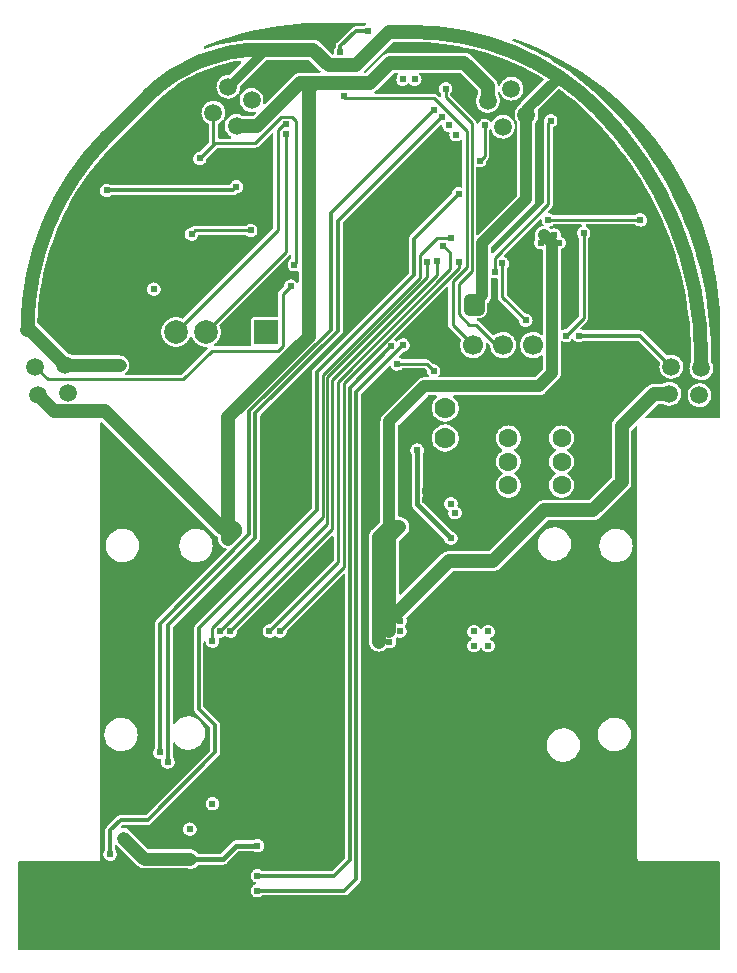
<source format=gbl>
G04 Layer: BottomLayer*
G04 EasyEDA v6.5.46, 2025-06-12 16:27:01*
G04 6984151e568f4603bee7606f082ae18e,f8d66010605f41bc84f108214e51d488,10*
G04 Gerber Generator version 0.2*
G04 Scale: 100 percent, Rotated: No, Reflected: No *
G04 Dimensions in millimeters *
G04 leading zeros omitted , absolute positions ,4 integer and 5 decimal *
%FSLAX45Y45*%
%MOMM*%

%ADD10C,0.8000*%
%ADD11C,0.3000*%
%ADD12C,1.1670*%
%ADD13C,0.2490*%
%ADD14C,1.1160*%
%ADD15C,0.4020*%
%ADD16C,0.3920*%
%ADD17C,0.9020*%
%ADD18C,0.2390*%
%ADD19C,1.0040*%
%ADD20C,0.3410*%
%ADD21C,0.9530*%
%ADD22C,1.6000*%
%ADD23R,1.7000X1.7000*%
%ADD24C,1.7000*%
%ADD25R,2.0000X2.0000*%
%ADD26C,2.0000*%
%ADD27C,1.4999*%
%ADD28C,1.7780*%
%ADD29C,0.6096*%
%ADD30C,0.6200*%
%ADD31C,0.0188*%

%LPD*%
G36*
X-315417Y7599375D02*
G01*
X-319633Y7600035D01*
X-323189Y7602372D01*
X-420370Y7699502D01*
X-424891Y7703718D01*
X-429564Y7707528D01*
X-434492Y7710931D01*
X-439674Y7714030D01*
X-445058Y7716723D01*
X-450596Y7719009D01*
X-456336Y7720888D01*
X-462127Y7722412D01*
X-468071Y7723479D01*
X-474065Y7724089D01*
X-480263Y7724343D01*
X-939698Y7724343D01*
X-992784Y7723276D01*
X-1045514Y7720279D01*
X-1098092Y7715351D01*
X-1150467Y7708493D01*
X-1202537Y7699603D01*
X-1254201Y7688834D01*
X-1305458Y7676134D01*
X-1356207Y7661503D01*
X-1396238Y7648346D01*
X-1400657Y7647889D01*
X-1404772Y7649362D01*
X-1407922Y7652410D01*
X-1409496Y7656575D01*
X-1409141Y7660944D01*
X-1406956Y7664805D01*
X-1403400Y7667345D01*
X-1377848Y7678115D01*
X-1311757Y7703921D01*
X-1244955Y7727848D01*
X-1177594Y7749946D01*
X-1109573Y7770215D01*
X-1041044Y7788554D01*
X-972058Y7805013D01*
X-902665Y7819593D01*
X-832866Y7832191D01*
X-762711Y7842910D01*
X-692353Y7851698D01*
X-621741Y7858506D01*
X-550976Y7863382D01*
X-480110Y7866329D01*
X-409041Y7867294D01*
X-43789Y7867294D01*
X-39522Y7866380D01*
X-36068Y7863738D01*
X-34036Y7859877D01*
X-33782Y7855559D01*
X-35356Y7851495D01*
X-38455Y7848498D01*
X-46532Y7843520D01*
X-49123Y7841234D01*
X-52222Y7839354D01*
X-55829Y7838694D01*
X-121666Y7838694D01*
X-130149Y7837881D01*
X-137820Y7835544D01*
X-144881Y7831785D01*
X-151434Y7826349D01*
X-278485Y7699298D01*
X-283921Y7692745D01*
X-287680Y7685684D01*
X-290017Y7678013D01*
X-290830Y7669530D01*
X-290830Y7663180D01*
X-291439Y7659776D01*
X-293116Y7656779D01*
X-297129Y7651800D01*
X-301802Y7643418D01*
X-305003Y7634325D01*
X-306628Y7624775D01*
X-306628Y7615174D01*
X-305968Y7611262D01*
X-306171Y7606995D01*
X-308051Y7603185D01*
X-311353Y7600492D01*
G37*

%LPD*%
G36*
X908558Y6070396D02*
G01*
X904697Y6071158D01*
X901395Y6073343D01*
X899160Y6076645D01*
X898398Y6080556D01*
X898398Y6636562D01*
X899160Y6640423D01*
X901344Y6643725D01*
X904595Y6645960D01*
X908456Y6646722D01*
X922782Y6643573D01*
X932434Y6643166D01*
X941984Y6644386D01*
X951179Y6647230D01*
X959815Y6651548D01*
X967587Y6657289D01*
X974242Y6664248D01*
X979627Y6672275D01*
X983640Y6681063D01*
X986028Y6690359D01*
X986840Y6699910D01*
X987755Y6703364D01*
X989787Y6706260D01*
X996391Y6712864D01*
X1001420Y6718960D01*
X1004925Y6725513D01*
X1007059Y6732625D01*
X1007871Y6740499D01*
X1007871Y6953503D01*
X1008583Y6957314D01*
X1010666Y6960514D01*
X1012393Y6962343D01*
X1015898Y6964730D01*
X1020013Y6965492D01*
X1024128Y6964476D01*
X1027480Y6961936D01*
X1029462Y6958228D01*
X1031087Y6952894D01*
X1036574Y6940651D01*
X1043736Y6929170D01*
X1052322Y6918807D01*
X1062177Y6909663D01*
X1073200Y6901891D01*
X1085189Y6895693D01*
X1097889Y6891121D01*
X1111046Y6888327D01*
X1124458Y6887260D01*
X1137920Y6888022D01*
X1151178Y6890562D01*
X1163929Y6894830D01*
X1176020Y6900773D01*
X1187246Y6908241D01*
X1197305Y6917181D01*
X1206144Y6927392D01*
X1213510Y6938670D01*
X1219301Y6950811D01*
X1223467Y6963664D01*
X1225854Y6976922D01*
X1226464Y6990384D01*
X1225245Y7003796D01*
X1222298Y7016953D01*
X1217574Y7029551D01*
X1211224Y7041438D01*
X1203350Y7052411D01*
X1194104Y7062165D01*
X1183589Y7070648D01*
X1172108Y7077659D01*
X1159764Y7083044D01*
X1146810Y7086752D01*
X1133449Y7088682D01*
X1119987Y7088835D01*
X1106627Y7087209D01*
X1093571Y7083806D01*
X1081125Y7078675D01*
X1069441Y7071918D01*
X1058773Y7063689D01*
X1049274Y7054088D01*
X1041196Y7043369D01*
X1034643Y7031786D01*
X1031951Y7028688D01*
X1028293Y7026909D01*
X1024178Y7026706D01*
X1020318Y7028180D01*
X1017371Y7031075D01*
X1014272Y7035698D01*
X1007567Y7042658D01*
X999794Y7048398D01*
X991209Y7052767D01*
X981964Y7055561D01*
X972413Y7056831D01*
X962761Y7056374D01*
X953363Y7054342D01*
X944371Y7050786D01*
X936193Y7045706D01*
X928928Y7039356D01*
X922883Y7031837D01*
X918159Y7023404D01*
X915669Y7018477D01*
X912571Y7016140D01*
X908761Y7015124D01*
X904900Y7015581D01*
X901496Y7017461D01*
X899058Y7020509D01*
X897940Y7024268D01*
X897636Y7027519D01*
X895451Y7034733D01*
X891895Y7041337D01*
X886815Y7047534D01*
X681431Y7252919D01*
X679196Y7256221D01*
X678434Y7260132D01*
X678434Y7264095D01*
X679145Y7267905D01*
X681278Y7271156D01*
X684276Y7274255D01*
X689660Y7282281D01*
X693623Y7291070D01*
X696061Y7300366D01*
X696874Y7309967D01*
X696061Y7319619D01*
X693623Y7328916D01*
X689660Y7337704D01*
X684276Y7345730D01*
X677570Y7352690D01*
X669798Y7358430D01*
X661212Y7362748D01*
X651967Y7365593D01*
X642416Y7366812D01*
X632764Y7366406D01*
X623366Y7364374D01*
X614375Y7360767D01*
X606196Y7355738D01*
X598932Y7349337D01*
X592886Y7341819D01*
X588162Y7333437D01*
X584962Y7324344D01*
X583336Y7314793D01*
X583336Y7305192D01*
X584962Y7295642D01*
X588162Y7286548D01*
X592886Y7278166D01*
X599490Y7269988D01*
X601167Y7266990D01*
X601726Y7263587D01*
X601726Y7247026D01*
X600964Y7243165D01*
X598728Y7239863D01*
X595426Y7237628D01*
X591566Y7236866D01*
X587654Y7237628D01*
X584403Y7239863D01*
X567334Y7256881D01*
X561136Y7261961D01*
X554532Y7265517D01*
X547370Y7267702D01*
X539394Y7268464D01*
X47955Y7268464D01*
X43637Y7269429D01*
X40182Y7272070D01*
X38150Y7275931D01*
X37896Y7280300D01*
X39573Y7284364D01*
X42722Y7287361D01*
X45567Y7289038D01*
X50546Y7292492D01*
X55168Y7296251D01*
X59740Y7300518D01*
X201879Y7442860D01*
X205181Y7445044D01*
X209092Y7445806D01*
X230987Y7445806D01*
X234746Y7445095D01*
X237947Y7443114D01*
X240182Y7440066D01*
X241147Y7436408D01*
X240690Y7432598D01*
X238912Y7429296D01*
X232867Y7421829D01*
X228193Y7413396D01*
X224993Y7404303D01*
X223367Y7394803D01*
X223367Y7385151D01*
X224993Y7375652D01*
X228193Y7366558D01*
X232867Y7358125D01*
X238963Y7350607D01*
X246176Y7344257D01*
X254406Y7339177D01*
X263347Y7335621D01*
X272796Y7333589D01*
X282448Y7333132D01*
X291998Y7334402D01*
X301193Y7337196D01*
X309829Y7341565D01*
X317601Y7347305D01*
X322681Y7352588D01*
X326186Y7354976D01*
X330403Y7355687D01*
X334568Y7354620D01*
X337921Y7351928D01*
X338937Y7350607D01*
X346202Y7344257D01*
X354380Y7339177D01*
X363372Y7335621D01*
X372770Y7333589D01*
X382422Y7333132D01*
X391972Y7334402D01*
X401218Y7337196D01*
X409803Y7341565D01*
X417576Y7347305D01*
X424281Y7354265D01*
X429666Y7362240D01*
X433628Y7371029D01*
X436067Y7380376D01*
X436880Y7389977D01*
X436067Y7399578D01*
X433628Y7408925D01*
X429666Y7417714D01*
X424281Y7425690D01*
X421436Y7428636D01*
X419354Y7431938D01*
X418642Y7435799D01*
X419455Y7439659D01*
X421640Y7442911D01*
X424942Y7445044D01*
X428802Y7445806D01*
X760730Y7445806D01*
X764641Y7445044D01*
X767943Y7442860D01*
X911250Y7299553D01*
X913434Y7296251D01*
X914196Y7292340D01*
X914196Y7266025D01*
X913892Y7263485D01*
X912926Y7261047D01*
X907592Y7251598D01*
X902563Y7239050D01*
X899312Y7225995D01*
X897839Y7212584D01*
X898144Y7199122D01*
X900226Y7185812D01*
X904087Y7172909D01*
X909574Y7160615D01*
X916736Y7149185D01*
X925321Y7138771D01*
X935177Y7129627D01*
X946200Y7121855D01*
X958189Y7115657D01*
X970889Y7111085D01*
X984046Y7108291D01*
X997458Y7107224D01*
X1010919Y7107986D01*
X1024178Y7110526D01*
X1036929Y7114794D01*
X1049020Y7120737D01*
X1060246Y7128256D01*
X1070305Y7137146D01*
X1079144Y7147356D01*
X1086510Y7158634D01*
X1092301Y7170775D01*
X1096467Y7183628D01*
X1098854Y7196886D01*
X1099464Y7210348D01*
X1098245Y7223759D01*
X1095298Y7236917D01*
X1090574Y7249515D01*
X1083919Y7262012D01*
X1083056Y7264298D01*
X1082751Y7266787D01*
X1082751Y7276693D01*
X1083564Y7280757D01*
X1085900Y7284110D01*
X1089406Y7286244D01*
X1093470Y7286853D01*
X1097483Y7285786D01*
X1100683Y7283246D01*
X1102614Y7279640D01*
X1103884Y7275372D01*
X1109421Y7263079D01*
X1116533Y7251649D01*
X1125118Y7241286D01*
X1135024Y7232142D01*
X1146048Y7224369D01*
X1157986Y7218172D01*
X1170686Y7213600D01*
X1183843Y7210755D01*
X1197305Y7209739D01*
X1210767Y7210450D01*
X1223975Y7212990D01*
X1236776Y7217308D01*
X1248867Y7223252D01*
X1260043Y7230719D01*
X1270152Y7239660D01*
X1278991Y7249871D01*
X1286357Y7261148D01*
X1292148Y7273290D01*
X1296314Y7286091D01*
X1298702Y7299401D01*
X1299260Y7312863D01*
X1298092Y7326274D01*
X1295095Y7339380D01*
X1290421Y7352030D01*
X1284071Y7363917D01*
X1276197Y7374839D01*
X1266901Y7384643D01*
X1256436Y7393127D01*
X1244904Y7400137D01*
X1232560Y7405522D01*
X1219606Y7409230D01*
X1206296Y7411161D01*
X1192784Y7411313D01*
X1179423Y7409688D01*
X1166418Y7406233D01*
X1153922Y7401153D01*
X1142288Y7394397D01*
X1131570Y7386167D01*
X1122121Y7376566D01*
X1113993Y7365796D01*
X1107389Y7354062D01*
X1100378Y7336485D01*
X1097432Y7333843D01*
X1093724Y7332472D01*
X1089812Y7332675D01*
X1086205Y7334300D01*
X1083513Y7337196D01*
X1082141Y7340904D01*
X1080770Y7349439D01*
X1079296Y7355179D01*
X1077417Y7360920D01*
X1075131Y7366457D01*
X1072438Y7371842D01*
X1069340Y7377023D01*
X1065936Y7381951D01*
X1062126Y7386624D01*
X1057910Y7391146D01*
X859536Y7589520D01*
X855014Y7593736D01*
X850341Y7597546D01*
X845413Y7600950D01*
X840232Y7604048D01*
X834847Y7606741D01*
X829310Y7609027D01*
X823569Y7610906D01*
X817778Y7612430D01*
X811834Y7613497D01*
X805840Y7614107D01*
X799642Y7614361D01*
X170129Y7614361D01*
X163830Y7614107D01*
X157937Y7613497D01*
X151942Y7612380D01*
X146202Y7610906D01*
X140411Y7608976D01*
X134924Y7606741D01*
X129489Y7603998D01*
X124358Y7600950D01*
X119380Y7597495D01*
X114757Y7593736D01*
X110185Y7589469D01*
X-31953Y7447127D01*
X-35255Y7444943D01*
X-39166Y7444181D01*
X-42062Y7444181D01*
X-45923Y7444943D01*
X-49225Y7447127D01*
X-51460Y7450429D01*
X-52222Y7454341D01*
X-51460Y7458202D01*
X-49225Y7461503D01*
X191922Y7702702D01*
X195224Y7704886D01*
X199136Y7705648D01*
X361543Y7705699D01*
X425399Y7704734D01*
X489813Y7701838D01*
X554126Y7696962D01*
X618236Y7690154D01*
X682142Y7681417D01*
X745744Y7670749D01*
X808990Y7658150D01*
X871829Y7643672D01*
X934212Y7627264D01*
X996086Y7609027D01*
X1057351Y7588910D01*
X1117955Y7566914D01*
X1177899Y7543139D01*
X1237132Y7517587D01*
X1295501Y7490206D01*
X1353058Y7461097D01*
X1409700Y7430262D01*
X1465376Y7397750D01*
X1468983Y7394752D01*
X1470660Y7391501D01*
X1471066Y7387894D01*
X1470152Y7384389D01*
X1468120Y7381392D01*
X1275486Y7188758D01*
X1268018Y7180021D01*
X1261770Y7169810D01*
X1260348Y7167981D01*
X1249121Y7156602D01*
X1240993Y7145832D01*
X1234389Y7134098D01*
X1229410Y7121601D01*
X1226159Y7108494D01*
X1224635Y7095134D01*
X1224940Y7081621D01*
X1227023Y7068312D01*
X1230884Y7055408D01*
X1236421Y7043115D01*
X1243533Y7031685D01*
X1246987Y7027519D01*
X1248714Y7024522D01*
X1249324Y7021068D01*
X1249324Y6411163D01*
X1248562Y6407251D01*
X1246327Y6403949D01*
X915720Y6073343D01*
X912469Y6071158D01*
G37*

%LPD*%
G36*
X1627581Y5267604D02*
G01*
X1623314Y5267960D01*
X1619554Y5270042D01*
X1617014Y5273497D01*
X1616100Y5277713D01*
X1616100Y5945378D01*
X1616811Y5949035D01*
X1618742Y5952236D01*
X1621688Y5954471D01*
X1630019Y5958687D01*
X1637792Y5964428D01*
X1644446Y5971387D01*
X1649831Y5979363D01*
X1653844Y5988151D01*
X1656232Y5997498D01*
X1657096Y6007100D01*
X1656232Y6016701D01*
X1653844Y6026048D01*
X1649831Y6034836D01*
X1644446Y6042812D01*
X1637792Y6049772D01*
X1630019Y6055512D01*
X1624330Y6058408D01*
X1621180Y6060846D01*
X1619250Y6064351D01*
X1618792Y6068314D01*
X1618996Y6070600D01*
X1618132Y6080201D01*
X1615744Y6089548D01*
X1611731Y6098336D01*
X1606346Y6106312D01*
X1599692Y6113272D01*
X1591919Y6119012D01*
X1583283Y6123381D01*
X1574088Y6126175D01*
X1564538Y6127445D01*
X1554886Y6126988D01*
X1545437Y6124956D01*
X1538122Y6122060D01*
X1534515Y6121298D01*
X1530858Y6121908D01*
X1527708Y6123787D01*
X1522476Y6128258D01*
X1519885Y6131712D01*
X1518970Y6135878D01*
X1519885Y6140094D01*
X1522425Y6143548D01*
X1526184Y6145682D01*
X1531213Y6147206D01*
X1539798Y6151575D01*
X1547571Y6157315D01*
X1549196Y6158992D01*
X1552549Y6161328D01*
X1556562Y6162141D01*
X1785061Y6162141D01*
X1788922Y6161328D01*
X1792224Y6159144D01*
X1794459Y6155791D01*
X1795221Y6151930D01*
X1794408Y6148019D01*
X1792173Y6144717D01*
X1788820Y6142532D01*
X1784400Y6140754D01*
X1776171Y6135725D01*
X1768957Y6129324D01*
X1762861Y6121806D01*
X1758188Y6113424D01*
X1754987Y6104331D01*
X1753362Y6094780D01*
X1753362Y6085179D01*
X1754987Y6075629D01*
X1758188Y6066536D01*
X1762861Y6058154D01*
X1769821Y6049670D01*
X1771548Y6046622D01*
X1772157Y6043218D01*
X1772157Y5389880D01*
X1771345Y5385968D01*
X1769160Y5382717D01*
X1666087Y5279644D01*
X1662988Y5277510D01*
X1659382Y5276646D01*
X1652778Y5276392D01*
X1643329Y5274360D01*
X1634388Y5270754D01*
X1631594Y5269026D01*
G37*

%LPD*%
G36*
X-1310081Y5128361D02*
G01*
X-1314145Y5129225D01*
X-1317548Y5131612D01*
X-1319682Y5135168D01*
X-1320190Y5139334D01*
X-1319022Y5143296D01*
X-1316329Y5146497D01*
X-1304493Y5155742D01*
X-1293774Y5166512D01*
X-1284376Y5178501D01*
X-1276553Y5191506D01*
X-1270304Y5205323D01*
X-1265783Y5219852D01*
X-1263040Y5234838D01*
X-1262126Y5249976D01*
X-1263040Y5265166D01*
X-1265783Y5280101D01*
X-1270304Y5294630D01*
X-1273251Y5301234D01*
X-1274165Y5305196D01*
X-1273403Y5309158D01*
X-1271168Y5312562D01*
X-685698Y5898032D01*
X-682396Y5900267D01*
X-678535Y5901029D01*
X-674624Y5900267D01*
X-671322Y5898032D01*
X-669137Y5894730D01*
X-668375Y5890869D01*
X-668375Y5874766D01*
X-668934Y5871362D01*
X-670610Y5868365D01*
X-681075Y5859322D01*
X-687120Y5851804D01*
X-691845Y5843422D01*
X-695045Y5834329D01*
X-696671Y5824778D01*
X-696671Y5815177D01*
X-695045Y5805627D01*
X-691845Y5796534D01*
X-687120Y5788152D01*
X-681075Y5780633D01*
X-673811Y5774232D01*
X-665632Y5769203D01*
X-656640Y5765596D01*
X-647242Y5763564D01*
X-637590Y5763158D01*
X-628040Y5764377D01*
X-618794Y5767222D01*
X-614832Y5768238D01*
X-610819Y5767578D01*
X-607364Y5765444D01*
X-605028Y5762091D01*
X-604215Y5758078D01*
X-604215Y5677001D01*
X-605078Y5672836D01*
X-607618Y5669381D01*
X-611378Y5667298D01*
X-615645Y5666943D01*
X-619658Y5668365D01*
X-622757Y5671312D01*
X-625754Y5675731D01*
X-632409Y5682691D01*
X-640181Y5688431D01*
X-648817Y5692749D01*
X-658012Y5695594D01*
X-667562Y5696813D01*
X-677214Y5696407D01*
X-686663Y5694375D01*
X-695604Y5690768D01*
X-703834Y5685739D01*
X-711047Y5679338D01*
X-717143Y5671820D01*
X-721817Y5663438D01*
X-725017Y5654344D01*
X-726643Y5644794D01*
X-726643Y5641797D01*
X-727456Y5637885D01*
X-729640Y5634583D01*
X-766775Y5597448D01*
X-771855Y5591302D01*
X-775411Y5584647D01*
X-777595Y5577484D01*
X-778357Y5569508D01*
X-778357Y5386070D01*
X-779119Y5382158D01*
X-781354Y5378856D01*
X-784606Y5376672D01*
X-788517Y5375910D01*
X-979424Y5375910D01*
X-985774Y5375198D01*
X-991209Y5373268D01*
X-996086Y5370169D01*
X-1000201Y5366105D01*
X-1003300Y5361178D01*
X-1005179Y5355742D01*
X-1005890Y5349443D01*
X-1005890Y5150561D01*
X-1005179Y5144262D01*
X-1004366Y5141874D01*
X-1003808Y5138064D01*
X-1004722Y5134305D01*
X-1006906Y5131155D01*
X-1010158Y5129072D01*
X-1013968Y5128361D01*
G37*

%LPD*%
G36*
X-2062225Y4888331D02*
G01*
X-2066289Y4889195D01*
X-2069744Y4891684D01*
X-2071827Y4895291D01*
X-2072335Y4899456D01*
X-2071065Y4903470D01*
X-2068271Y4906619D01*
X-2066493Y4907991D01*
X-2058263Y4916220D01*
X-2051304Y4925568D01*
X-2045716Y4935778D01*
X-2041601Y4946700D01*
X-2039162Y4958080D01*
X-2038299Y4969713D01*
X-2039162Y4981346D01*
X-2041601Y4992725D01*
X-2045716Y5003647D01*
X-2051304Y5013858D01*
X-2058263Y5023205D01*
X-2066493Y5031435D01*
X-2075840Y5038445D01*
X-2086051Y5044033D01*
X-2096973Y5048097D01*
X-2108352Y5050586D01*
X-2120341Y5051399D01*
X-2515768Y5051399D01*
X-2519019Y5051958D01*
X-2534208Y5060594D01*
X-2546705Y5065623D01*
X-2554732Y5067655D01*
X-2557272Y5068671D01*
X-2559456Y5070297D01*
X-2811830Y5322722D01*
X-2814066Y5326075D01*
X-2814828Y5330088D01*
X-2814726Y5337606D01*
X-2811627Y5404967D01*
X-2806547Y5472277D01*
X-2799435Y5539333D01*
X-2790291Y5606186D01*
X-2779115Y5672734D01*
X-2765958Y5738876D01*
X-2750820Y5804611D01*
X-2733649Y5869889D01*
X-2714548Y5934557D01*
X-2693517Y5998667D01*
X-2670556Y6062116D01*
X-2645664Y6124803D01*
X-2618892Y6186728D01*
X-2590292Y6247841D01*
X-2559862Y6308039D01*
X-2527604Y6367272D01*
X-2493568Y6425539D01*
X-2457805Y6482740D01*
X-2420315Y6538823D01*
X-2381148Y6593738D01*
X-2340356Y6647484D01*
X-2297938Y6699961D01*
X-2253945Y6751116D01*
X-2208479Y6800900D01*
X-2161590Y6849211D01*
X-1819198Y7191654D01*
X-1783994Y7225487D01*
X-1747469Y7257897D01*
X-1709724Y7288885D01*
X-1670761Y7318349D01*
X-1630730Y7346238D01*
X-1589582Y7372603D01*
X-1547469Y7397242D01*
X-1504391Y7420254D01*
X-1460449Y7441590D01*
X-1415694Y7461148D01*
X-1370228Y7478928D01*
X-1324102Y7494930D01*
X-1277366Y7509103D01*
X-1230122Y7521397D01*
X-1182420Y7531862D01*
X-1134313Y7540447D01*
X-1099515Y7545273D01*
X-1095349Y7544968D01*
X-1091641Y7542987D01*
X-1088999Y7539736D01*
X-1087983Y7535672D01*
X-1088644Y7531506D01*
X-1090930Y7528001D01*
X-1188059Y7430922D01*
X-1191615Y7428585D01*
X-1195781Y7427925D01*
X-1199591Y7428179D01*
X-1213053Y7427112D01*
X-1226210Y7424267D01*
X-1238910Y7419695D01*
X-1250848Y7413498D01*
X-1261872Y7405725D01*
X-1271778Y7396581D01*
X-1280363Y7386218D01*
X-1287475Y7374788D01*
X-1293012Y7362494D01*
X-1296873Y7349591D01*
X-1298956Y7336281D01*
X-1299260Y7322769D01*
X-1297736Y7309408D01*
X-1294485Y7296302D01*
X-1289507Y7283805D01*
X-1282903Y7272070D01*
X-1274775Y7261301D01*
X-1265326Y7251700D01*
X-1254607Y7243470D01*
X-1242974Y7236764D01*
X-1230477Y7231634D01*
X-1217472Y7228230D01*
X-1204112Y7226553D01*
X-1190599Y7226706D01*
X-1177290Y7228636D01*
X-1164336Y7232345D01*
X-1151991Y7237780D01*
X-1140460Y7244740D01*
X-1129995Y7253224D01*
X-1120698Y7263028D01*
X-1112824Y7273950D01*
X-1106474Y7285837D01*
X-1101801Y7298486D01*
X-1098804Y7311593D01*
X-1097635Y7325055D01*
X-1097838Y7330033D01*
X-1097178Y7334148D01*
X-1094892Y7337653D01*
X-879703Y7552842D01*
X-876401Y7555026D01*
X-872490Y7555788D01*
X-519176Y7555788D01*
X-515264Y7555026D01*
X-511962Y7552842D01*
X-420674Y7461503D01*
X-418439Y7458202D01*
X-417677Y7454341D01*
X-418439Y7450429D01*
X-420674Y7447127D01*
X-423976Y7444943D01*
X-427837Y7444181D01*
X-589838Y7444181D01*
X-596036Y7443927D01*
X-602030Y7443317D01*
X-607974Y7442250D01*
X-613765Y7440726D01*
X-619506Y7438847D01*
X-625043Y7436561D01*
X-630428Y7433868D01*
X-635609Y7430770D01*
X-640537Y7427366D01*
X-645210Y7423556D01*
X-649732Y7419340D01*
X-887628Y7181494D01*
X-891235Y7179157D01*
X-895553Y7178548D01*
X-899718Y7179767D01*
X-902969Y7182612D01*
X-904748Y7186574D01*
X-904697Y7190943D01*
X-902868Y7198969D01*
X-901700Y7212380D01*
X-902258Y7225842D01*
X-904646Y7239152D01*
X-908812Y7251953D01*
X-914603Y7264095D01*
X-921969Y7275372D01*
X-930808Y7285583D01*
X-940917Y7294524D01*
X-952093Y7301992D01*
X-964184Y7307935D01*
X-976985Y7312253D01*
X-990193Y7314793D01*
X-1003655Y7315504D01*
X-1017066Y7314488D01*
X-1030274Y7311644D01*
X-1042924Y7307072D01*
X-1054912Y7300874D01*
X-1065936Y7293102D01*
X-1075842Y7283958D01*
X-1084427Y7273594D01*
X-1091539Y7262164D01*
X-1097076Y7249871D01*
X-1100937Y7236917D01*
X-1103020Y7223607D01*
X-1103325Y7210145D01*
X-1101801Y7196785D01*
X-1098550Y7183678D01*
X-1093571Y7171181D01*
X-1086967Y7159447D01*
X-1078839Y7148677D01*
X-1069340Y7139076D01*
X-1058672Y7130846D01*
X-1047038Y7124090D01*
X-1034542Y7119010D01*
X-1021537Y7115556D01*
X-1008126Y7113930D01*
X-994664Y7114082D01*
X-981354Y7116013D01*
X-979474Y7116572D01*
X-975055Y7116825D01*
X-970940Y7115149D01*
X-967943Y7111949D01*
X-966571Y7107732D01*
X-967130Y7103313D01*
X-969518Y7099604D01*
X-987196Y7081875D01*
X-990498Y7079691D01*
X-994410Y7078929D01*
X-1071321Y7078929D01*
X-1074267Y7079335D01*
X-1079093Y7082028D01*
X-1091184Y7087971D01*
X-1103985Y7092238D01*
X-1117193Y7094778D01*
X-1130655Y7095540D01*
X-1144066Y7094524D01*
X-1157274Y7091680D01*
X-1169924Y7087108D01*
X-1181912Y7080910D01*
X-1192936Y7073138D01*
X-1202842Y7063994D01*
X-1211427Y7053630D01*
X-1218539Y7042150D01*
X-1224076Y7029907D01*
X-1227937Y7016953D01*
X-1230020Y7003643D01*
X-1230325Y6990181D01*
X-1228801Y6976770D01*
X-1225550Y6963714D01*
X-1220571Y6951218D01*
X-1213967Y6939432D01*
X-1205839Y6928713D01*
X-1196340Y6919112D01*
X-1185672Y6910882D01*
X-1179322Y6907174D01*
X-1176070Y6904228D01*
X-1174394Y6900164D01*
X-1174546Y6895744D01*
X-1176578Y6891832D01*
X-1180084Y6889191D01*
X-1184402Y6888225D01*
X-1276959Y6888225D01*
X-1280820Y6888988D01*
X-1284122Y6891223D01*
X-1286357Y6894474D01*
X-1287119Y6898386D01*
X-1287119Y7007606D01*
X-1286357Y7011416D01*
X-1284224Y7014667D01*
X-1281023Y7016902D01*
X-1278991Y7017766D01*
X-1267460Y7024776D01*
X-1256995Y7033259D01*
X-1247698Y7043064D01*
X-1239824Y7053986D01*
X-1233474Y7065873D01*
X-1228801Y7078522D01*
X-1225804Y7091629D01*
X-1224635Y7105040D01*
X-1225194Y7118502D01*
X-1227582Y7131812D01*
X-1231747Y7144613D01*
X-1237538Y7156754D01*
X-1244904Y7168032D01*
X-1253744Y7178243D01*
X-1263853Y7187184D01*
X-1275029Y7194651D01*
X-1287119Y7200595D01*
X-1299921Y7204913D01*
X-1313129Y7207453D01*
X-1326591Y7208164D01*
X-1340053Y7207148D01*
X-1353210Y7204303D01*
X-1365910Y7199731D01*
X-1377848Y7193534D01*
X-1388872Y7185761D01*
X-1398778Y7176617D01*
X-1407363Y7166254D01*
X-1414475Y7154824D01*
X-1420012Y7142530D01*
X-1423873Y7129627D01*
X-1425956Y7116267D01*
X-1426260Y7102805D01*
X-1424736Y7089444D01*
X-1421485Y7076338D01*
X-1416507Y7063841D01*
X-1409903Y7052106D01*
X-1401775Y7041337D01*
X-1392326Y7031736D01*
X-1381658Y7023506D01*
X-1368958Y7016242D01*
X-1366215Y7014006D01*
X-1364437Y7010958D01*
X-1363827Y7007453D01*
X-1363827Y6854596D01*
X-1364589Y6850735D01*
X-1366824Y6847433D01*
X-1434642Y6779615D01*
X-1437741Y6777481D01*
X-1441399Y6776618D01*
X-1447241Y6776364D01*
X-1456639Y6774332D01*
X-1465630Y6770776D01*
X-1473809Y6765696D01*
X-1481074Y6759346D01*
X-1487119Y6751828D01*
X-1491843Y6743395D01*
X-1495044Y6734302D01*
X-1496669Y6724802D01*
X-1496669Y6715150D01*
X-1495044Y6705650D01*
X-1491843Y6696557D01*
X-1487119Y6688124D01*
X-1481074Y6680606D01*
X-1473809Y6674256D01*
X-1465630Y6669176D01*
X-1456639Y6665620D01*
X-1447241Y6663588D01*
X-1437589Y6663131D01*
X-1428038Y6664401D01*
X-1418793Y6667195D01*
X-1410208Y6671564D01*
X-1402435Y6677304D01*
X-1395730Y6684264D01*
X-1390345Y6692239D01*
X-1386382Y6701028D01*
X-1383944Y6710375D01*
X-1383182Y6719163D01*
X-1382268Y6722567D01*
X-1380236Y6725462D01*
X-1297178Y6808520D01*
X-1293926Y6810756D01*
X-1290015Y6811518D01*
X-970635Y6811518D01*
X-962660Y6812280D01*
X-955446Y6814464D01*
X-948842Y6818020D01*
X-942644Y6823100D01*
X-835710Y6930034D01*
X-832408Y6932218D01*
X-828497Y6933031D01*
X-824636Y6932218D01*
X-821334Y6930034D01*
X-819150Y6926732D01*
X-818337Y6922871D01*
X-818337Y6132068D01*
X-819150Y6128207D01*
X-821334Y6124905D01*
X-1579422Y5366816D01*
X-1582826Y5364581D01*
X-1586788Y5363819D01*
X-1590751Y5364734D01*
X-1597355Y5367680D01*
X-1611884Y5372201D01*
X-1626819Y5374944D01*
X-1642008Y5375859D01*
X-1657197Y5374944D01*
X-1672132Y5372201D01*
X-1686661Y5367680D01*
X-1700479Y5361482D01*
X-1713534Y5353608D01*
X-1725472Y5344210D01*
X-1736242Y5333492D01*
X-1745589Y5321503D01*
X-1753463Y5308498D01*
X-1759712Y5294630D01*
X-1764233Y5280101D01*
X-1766976Y5265166D01*
X-1767890Y5249976D01*
X-1766976Y5234838D01*
X-1764233Y5219852D01*
X-1759712Y5205323D01*
X-1753463Y5191506D01*
X-1745589Y5178501D01*
X-1736242Y5166512D01*
X-1725472Y5155742D01*
X-1713534Y5146395D01*
X-1700479Y5138521D01*
X-1686661Y5132273D01*
X-1672132Y5127752D01*
X-1657197Y5125008D01*
X-1642008Y5124094D01*
X-1626819Y5125008D01*
X-1611884Y5127752D01*
X-1597355Y5132273D01*
X-1583486Y5138521D01*
X-1570482Y5146395D01*
X-1558493Y5155742D01*
X-1547774Y5166512D01*
X-1538376Y5178501D01*
X-1530553Y5191506D01*
X-1524254Y5205425D01*
X-1522018Y5208574D01*
X-1518767Y5210657D01*
X-1515008Y5211419D01*
X-1511198Y5210657D01*
X-1507947Y5208574D01*
X-1505712Y5205425D01*
X-1499463Y5191506D01*
X-1491589Y5178501D01*
X-1482242Y5166512D01*
X-1471472Y5155742D01*
X-1459534Y5146395D01*
X-1446479Y5138521D01*
X-1432661Y5132273D01*
X-1418132Y5127752D01*
X-1403197Y5125008D01*
X-1388008Y5124094D01*
X-1385112Y5124297D01*
X-1381099Y5123688D01*
X-1377645Y5121605D01*
X-1375257Y5118303D01*
X-1374343Y5114340D01*
X-1375105Y5110327D01*
X-1377340Y5106924D01*
X-1592935Y4891328D01*
X-1596237Y4889144D01*
X-1600149Y4888331D01*
G37*

%LPC*%
G36*
X-1826361Y5556554D02*
G01*
X-1816811Y5557824D01*
X-1807616Y5560618D01*
X-1798980Y5564987D01*
X-1791207Y5570728D01*
X-1784553Y5577687D01*
X-1779168Y5585663D01*
X-1775155Y5594451D01*
X-1772767Y5603798D01*
X-1771904Y5613400D01*
X-1772767Y5623001D01*
X-1775155Y5632348D01*
X-1779168Y5641136D01*
X-1784553Y5649112D01*
X-1791207Y5656072D01*
X-1798980Y5661812D01*
X-1807616Y5666181D01*
X-1816811Y5668975D01*
X-1826361Y5670245D01*
X-1836013Y5669788D01*
X-1845462Y5667756D01*
X-1854403Y5664200D01*
X-1862632Y5659120D01*
X-1869846Y5652770D01*
X-1875942Y5645251D01*
X-1880616Y5636818D01*
X-1883816Y5627725D01*
X-1885442Y5618226D01*
X-1885442Y5608574D01*
X-1883816Y5599074D01*
X-1880616Y5589981D01*
X-1875942Y5581548D01*
X-1869846Y5574030D01*
X-1862632Y5567680D01*
X-1854403Y5562600D01*
X-1845462Y5559044D01*
X-1836013Y5557012D01*
G37*
G36*
X-1507591Y6023152D02*
G01*
X-1498041Y6024422D01*
X-1488795Y6027216D01*
X-1480210Y6031585D01*
X-1472438Y6037326D01*
X-1465732Y6044285D01*
X-1460347Y6052261D01*
X-1456385Y6061049D01*
X-1455470Y6064554D01*
X-1453438Y6068466D01*
X-1449933Y6071158D01*
X-1445666Y6072124D01*
X-1056589Y6072124D01*
X-1053033Y6071463D01*
X-1049883Y6069584D01*
X-1043838Y6064250D01*
X-1035608Y6059220D01*
X-1026668Y6055614D01*
X-1017219Y6053582D01*
X-1007567Y6053175D01*
X-998016Y6054394D01*
X-988821Y6057239D01*
X-980186Y6061557D01*
X-972413Y6067298D01*
X-965758Y6074257D01*
X-960374Y6082284D01*
X-956360Y6091072D01*
X-953973Y6100368D01*
X-953109Y6109970D01*
X-953973Y6119622D01*
X-956360Y6128918D01*
X-960374Y6137706D01*
X-965758Y6145733D01*
X-972413Y6152692D01*
X-980186Y6158433D01*
X-988821Y6162751D01*
X-998016Y6165596D01*
X-1007567Y6166815D01*
X-1017219Y6166408D01*
X-1026668Y6164376D01*
X-1035608Y6160770D01*
X-1043838Y6155740D01*
X-1049883Y6150406D01*
X-1053033Y6148527D01*
X-1056589Y6147866D01*
X-1479499Y6147866D01*
X-1487373Y6147054D01*
X-1494485Y6144920D01*
X-1500987Y6141415D01*
X-1503883Y6139078D01*
X-1506626Y6137452D01*
X-1509776Y6136792D01*
X-1517192Y6136436D01*
X-1526641Y6134354D01*
X-1535633Y6130798D01*
X-1543812Y6125718D01*
X-1551076Y6119368D01*
X-1557121Y6111849D01*
X-1561846Y6103416D01*
X-1565046Y6094323D01*
X-1566672Y6084824D01*
X-1566672Y6075172D01*
X-1565046Y6065672D01*
X-1561846Y6056579D01*
X-1557121Y6048146D01*
X-1551076Y6040628D01*
X-1543812Y6034278D01*
X-1535633Y6029198D01*
X-1526641Y6025642D01*
X-1517243Y6023610D01*
G37*
G36*
X-2227580Y6393129D02*
G01*
X-2218029Y6394399D01*
X-2208784Y6397193D01*
X-2200198Y6401562D01*
X-2192680Y6407099D01*
X-2189835Y6408572D01*
X-2186635Y6409080D01*
X-1160526Y6409080D01*
X-1152042Y6409893D01*
X-1144371Y6412230D01*
X-1137310Y6415989D01*
X-1131011Y6421170D01*
X-1128572Y6422644D01*
X-1125829Y6423406D01*
X-1118006Y6424422D01*
X-1108811Y6427216D01*
X-1100175Y6431584D01*
X-1092403Y6437325D01*
X-1085748Y6444284D01*
X-1080363Y6452260D01*
X-1076350Y6461048D01*
X-1073962Y6470396D01*
X-1073099Y6479997D01*
X-1073962Y6489598D01*
X-1076350Y6498945D01*
X-1080363Y6507734D01*
X-1085748Y6515709D01*
X-1092403Y6522669D01*
X-1100175Y6528409D01*
X-1108811Y6532778D01*
X-1118006Y6535572D01*
X-1127556Y6536842D01*
X-1137208Y6536385D01*
X-1146657Y6534353D01*
X-1155598Y6530797D01*
X-1163828Y6525717D01*
X-1171041Y6519367D01*
X-1177137Y6511848D01*
X-1181811Y6503416D01*
X-1183843Y6497675D01*
X-1185976Y6494119D01*
X-1189380Y6491732D01*
X-1193444Y6490868D01*
X-2186635Y6490868D01*
X-2189835Y6491376D01*
X-2192680Y6492849D01*
X-2200198Y6498386D01*
X-2208784Y6502755D01*
X-2218029Y6505549D01*
X-2227580Y6506819D01*
X-2237232Y6506362D01*
X-2246630Y6504330D01*
X-2255621Y6500774D01*
X-2263800Y6495694D01*
X-2271064Y6489344D01*
X-2277110Y6481826D01*
X-2281834Y6473393D01*
X-2285034Y6464300D01*
X-2286660Y6454800D01*
X-2286660Y6445148D01*
X-2285034Y6435648D01*
X-2281834Y6426555D01*
X-2277110Y6418122D01*
X-2271064Y6410604D01*
X-2263800Y6404254D01*
X-2255621Y6399174D01*
X-2246630Y6395618D01*
X-2237232Y6393586D01*
G37*

%LPD*%
G36*
X590600Y4866030D02*
G01*
X586740Y4866792D01*
X583488Y4868976D01*
X581253Y4872228D01*
X580440Y4876038D01*
X581152Y4879898D01*
X589635Y4892243D01*
X593648Y4901031D01*
X596036Y4910378D01*
X596900Y4919980D01*
X596036Y4929581D01*
X593648Y4938928D01*
X589635Y4947716D01*
X584250Y4955692D01*
X577596Y4962652D01*
X569823Y4968392D01*
X561187Y4972761D01*
X551992Y4975555D01*
X537311Y4977434D01*
X533806Y4979720D01*
X507085Y5006441D01*
X500989Y5011420D01*
X494436Y5014925D01*
X487375Y5017058D01*
X479501Y5017871D01*
X276555Y5017871D01*
X272542Y5018684D01*
X269189Y5020970D01*
X267563Y5022697D01*
X259842Y5028387D01*
X250088Y5033264D01*
X247040Y5035600D01*
X245059Y5038852D01*
X244449Y5042611D01*
X245262Y5046370D01*
X247396Y5049520D01*
X278384Y5080508D01*
X281076Y5082438D01*
X284276Y5083403D01*
X291998Y5084419D01*
X301193Y5087213D01*
X309829Y5091582D01*
X317601Y5097322D01*
X324256Y5104282D01*
X329641Y5112258D01*
X333654Y5121046D01*
X336042Y5130393D01*
X336905Y5139994D01*
X336042Y5149596D01*
X333654Y5158943D01*
X329641Y5167731D01*
X324256Y5175707D01*
X317601Y5182666D01*
X309829Y5188407D01*
X301193Y5192776D01*
X291998Y5195570D01*
X282448Y5196840D01*
X272796Y5196382D01*
X263347Y5194350D01*
X254406Y5190794D01*
X246176Y5185714D01*
X238963Y5179364D01*
X233527Y5172608D01*
X230174Y5169916D01*
X226060Y5168849D01*
X221792Y5169560D01*
X209499Y5178653D01*
X206654Y5181904D01*
X205435Y5186070D01*
X206044Y5190337D01*
X208381Y5193995D01*
X644347Y5629960D01*
X647598Y5632145D01*
X651510Y5632907D01*
X655421Y5632145D01*
X658672Y5629960D01*
X660908Y5626658D01*
X661670Y5622747D01*
X661670Y5313426D01*
X662432Y5305450D01*
X664616Y5298236D01*
X668172Y5291632D01*
X673252Y5285435D01*
X767638Y5191099D01*
X769823Y5187797D01*
X770585Y5183936D01*
X769823Y5180076D01*
X767740Y5174945D01*
X764133Y5161178D01*
X762355Y5147106D01*
X762355Y5132882D01*
X764133Y5118811D01*
X767740Y5105044D01*
X773074Y5091887D01*
X780084Y5079492D01*
X788568Y5068112D01*
X798423Y5057902D01*
X809548Y5049062D01*
X821690Y5041696D01*
X834694Y5035905D01*
X848309Y5031892D01*
X862330Y5029606D01*
X876553Y5029149D01*
X890676Y5030520D01*
X904544Y5033670D01*
X917905Y5038598D01*
X930503Y5045151D01*
X942136Y5053279D01*
X952652Y5062829D01*
X961847Y5073650D01*
X969619Y5085588D01*
X975766Y5098389D01*
X980236Y5111851D01*
X982980Y5125821D01*
X983894Y5139994D01*
X983437Y5147157D01*
X983996Y5151170D01*
X986078Y5154676D01*
X989380Y5157063D01*
X993343Y5157978D01*
X997356Y5157216D01*
X1000760Y5154980D01*
X1013358Y5142382D01*
X1015542Y5139080D01*
X1016355Y5135219D01*
X1016355Y5132882D01*
X1018133Y5118811D01*
X1021740Y5105044D01*
X1027074Y5091887D01*
X1034084Y5079492D01*
X1042568Y5068112D01*
X1052423Y5057902D01*
X1063548Y5049062D01*
X1075690Y5041696D01*
X1088694Y5035905D01*
X1102309Y5031892D01*
X1116330Y5029606D01*
X1130554Y5029149D01*
X1144676Y5030520D01*
X1158544Y5033670D01*
X1171905Y5038598D01*
X1184503Y5045151D01*
X1196136Y5053279D01*
X1206652Y5062829D01*
X1215847Y5073650D01*
X1223619Y5085588D01*
X1229766Y5098389D01*
X1234236Y5111851D01*
X1236980Y5125821D01*
X1237894Y5139994D01*
X1236980Y5154168D01*
X1234236Y5168138D01*
X1229766Y5181600D01*
X1223619Y5194401D01*
X1215847Y5206288D01*
X1206652Y5217109D01*
X1196136Y5226659D01*
X1184503Y5234838D01*
X1171905Y5241391D01*
X1158544Y5246268D01*
X1144676Y5249468D01*
X1130554Y5250840D01*
X1116330Y5250383D01*
X1102309Y5248097D01*
X1088694Y5244033D01*
X1075690Y5238292D01*
X1063548Y5230926D01*
X1053795Y5223154D01*
X1050544Y5221427D01*
X1046886Y5220970D01*
X1043330Y5221833D01*
X1040282Y5223916D01*
X927353Y5336641D01*
X921207Y5341721D01*
X914603Y5345277D01*
X910336Y5346547D01*
X906729Y5348528D01*
X904189Y5351729D01*
X903122Y5355691D01*
X903732Y5359755D01*
X905916Y5363260D01*
X909269Y5365597D01*
X913282Y5366410D01*
X919784Y5366410D01*
X925474Y5366664D01*
X930960Y5367274D01*
X936345Y5368290D01*
X941679Y5369712D01*
X946861Y5371541D01*
X951890Y5373725D01*
X956767Y5376316D01*
X961440Y5379212D01*
X965860Y5382514D01*
X970026Y5386070D01*
X973886Y5389981D01*
X977493Y5394147D01*
X980744Y5398566D01*
X983691Y5403240D01*
X986231Y5408066D01*
X988466Y5413146D01*
X990295Y5418328D01*
X991717Y5423611D01*
X992733Y5429046D01*
X993343Y5434482D01*
X993546Y5440172D01*
X993546Y5491683D01*
X994308Y5495594D01*
X996492Y5498846D01*
X1005687Y5508142D01*
X1011326Y5514949D01*
X1017371Y5524601D01*
X1018489Y5526786D01*
X1021892Y5535015D01*
X1022654Y5537403D01*
X1025245Y5548477D01*
X1026058Y5557316D01*
X1026109Y5697474D01*
X1026871Y5701385D01*
X1029055Y5704636D01*
X1032306Y5706872D01*
X1036167Y5707634D01*
X1040028Y5706922D01*
X1043330Y5705602D01*
X1052779Y5703570D01*
X1062431Y5703163D01*
X1070203Y5704179D01*
X1074420Y5703773D01*
X1078179Y5701690D01*
X1080719Y5698286D01*
X1081633Y5694070D01*
X1081633Y5550458D01*
X1082395Y5542483D01*
X1084580Y5535320D01*
X1088136Y5528716D01*
X1093216Y5522518D01*
X1260348Y5355386D01*
X1262532Y5352084D01*
X1263345Y5348173D01*
X1263345Y5345176D01*
X1264970Y5335625D01*
X1268171Y5326532D01*
X1272844Y5318150D01*
X1278940Y5310632D01*
X1286154Y5304231D01*
X1294384Y5299202D01*
X1303324Y5295595D01*
X1312773Y5293563D01*
X1322425Y5293156D01*
X1331976Y5294376D01*
X1341170Y5297220D01*
X1349806Y5301538D01*
X1357579Y5307279D01*
X1364234Y5314238D01*
X1369618Y5322265D01*
X1373632Y5331053D01*
X1376019Y5340350D01*
X1376883Y5349951D01*
X1376019Y5359603D01*
X1373632Y5368899D01*
X1369618Y5377688D01*
X1364234Y5385714D01*
X1357579Y5392674D01*
X1349806Y5398414D01*
X1341170Y5402732D01*
X1331976Y5405577D01*
X1317955Y5407456D01*
X1314450Y5409742D01*
X1161338Y5562904D01*
X1159103Y5566206D01*
X1158341Y5570067D01*
X1158341Y5784037D01*
X1159052Y5787796D01*
X1161186Y5791047D01*
X1164234Y5794248D01*
X1169619Y5802274D01*
X1173632Y5811062D01*
X1176020Y5820359D01*
X1176883Y5829960D01*
X1176020Y5839612D01*
X1173632Y5848908D01*
X1169619Y5857697D01*
X1164234Y5865723D01*
X1157579Y5872683D01*
X1149807Y5878423D01*
X1141171Y5882741D01*
X1138834Y5883452D01*
X1135176Y5885484D01*
X1132687Y5888786D01*
X1131671Y5892800D01*
X1132332Y5896914D01*
X1134618Y5900369D01*
X1436014Y6201714D01*
X1439722Y6204102D01*
X1444091Y6204661D01*
X1448308Y6203340D01*
X1451559Y6200343D01*
X1453184Y6196228D01*
X1454962Y6185662D01*
X1458163Y6176568D01*
X1462887Y6168136D01*
X1467815Y6162040D01*
X1469745Y6158331D01*
X1469948Y6154166D01*
X1468526Y6150254D01*
X1465630Y6147257D01*
X1461820Y6145631D01*
X1453489Y6144107D01*
X1442770Y6140348D01*
X1432712Y6135014D01*
X1423568Y6128258D01*
X1415542Y6120231D01*
X1408785Y6111087D01*
X1403451Y6101029D01*
X1399692Y6090310D01*
X1397609Y6079134D01*
X1397152Y6067755D01*
X1398422Y6056477D01*
X1401267Y6045911D01*
X1401521Y6041999D01*
X1400352Y6038342D01*
X1395984Y6030518D01*
X1392783Y6021425D01*
X1391158Y6011926D01*
X1391158Y6002274D01*
X1392783Y5992774D01*
X1395984Y5983681D01*
X1400657Y5975248D01*
X1406753Y5967730D01*
X1413967Y5961380D01*
X1422196Y5956300D01*
X1431137Y5952744D01*
X1440586Y5950712D01*
X1450238Y5950254D01*
X1452422Y5950559D01*
X1456690Y5950204D01*
X1460449Y5948121D01*
X1462989Y5944666D01*
X1463903Y5940501D01*
X1463903Y5236565D01*
X1462938Y5232247D01*
X1460246Y5228793D01*
X1456385Y5226761D01*
X1451965Y5226558D01*
X1447901Y5228234D01*
X1438503Y5234838D01*
X1425905Y5241391D01*
X1412544Y5246268D01*
X1398676Y5249468D01*
X1384554Y5250840D01*
X1370330Y5250383D01*
X1356309Y5248097D01*
X1342694Y5244033D01*
X1329690Y5238292D01*
X1317548Y5230926D01*
X1306423Y5222087D01*
X1296568Y5211876D01*
X1288084Y5200497D01*
X1281074Y5188102D01*
X1275740Y5174945D01*
X1272133Y5161178D01*
X1270355Y5147106D01*
X1270355Y5132882D01*
X1272133Y5118811D01*
X1275740Y5105044D01*
X1281074Y5091887D01*
X1288084Y5079492D01*
X1296568Y5068112D01*
X1306423Y5057902D01*
X1317548Y5049062D01*
X1329690Y5041696D01*
X1342694Y5035905D01*
X1356309Y5031892D01*
X1370330Y5029606D01*
X1384554Y5029149D01*
X1398676Y5030520D01*
X1412544Y5033670D01*
X1425905Y5038598D01*
X1438503Y5045151D01*
X1447901Y5051755D01*
X1451965Y5053431D01*
X1456385Y5053228D01*
X1460246Y5051196D01*
X1462938Y5047691D01*
X1463903Y5043424D01*
X1463903Y4935626D01*
X1463141Y4931765D01*
X1460906Y4928463D01*
X1401470Y4869027D01*
X1398168Y4866792D01*
X1394307Y4866030D01*
G37*

%LPD*%
G36*
X259537Y3024479D02*
G01*
X255625Y3025241D01*
X252323Y3027476D01*
X250139Y3030778D01*
X249377Y3034639D01*
X249377Y3475990D01*
X250139Y3479850D01*
X252323Y3483152D01*
X309473Y3540302D01*
X313690Y3544824D01*
X317449Y3549497D01*
X320903Y3554425D01*
X323951Y3559606D01*
X326644Y3564991D01*
X328930Y3570528D01*
X330860Y3576269D01*
X332333Y3582060D01*
X333400Y3588004D01*
X334060Y3593998D01*
X334264Y3599992D01*
X334060Y3605987D01*
X333400Y3611981D01*
X332333Y3617874D01*
X330860Y3623716D01*
X328930Y3629456D01*
X326644Y3634994D01*
X323951Y3640378D01*
X320903Y3645560D01*
X317449Y3650487D01*
X313690Y3655161D01*
X309575Y3659581D01*
X305206Y3663645D01*
X300482Y3667455D01*
X295554Y3670858D01*
X290372Y3673957D01*
X284988Y3676650D01*
X279450Y3678936D01*
X273761Y3680815D01*
X267919Y3682339D01*
X262026Y3683406D01*
X256082Y3684015D01*
X251104Y3684168D01*
X247294Y3684981D01*
X244094Y3687216D01*
X241960Y3690467D01*
X241198Y3694328D01*
X241198Y4459325D01*
X241960Y4463186D01*
X244195Y4466488D01*
X488543Y4710836D01*
X491845Y4713071D01*
X495706Y4713833D01*
X559003Y4713833D01*
X563118Y4712970D01*
X566521Y4710480D01*
X568655Y4706823D01*
X569112Y4702606D01*
X567791Y4698593D01*
X564032Y4694783D01*
X553516Y4684928D01*
X544322Y4673803D01*
X536600Y4661611D01*
X530453Y4648606D01*
X526034Y4634890D01*
X523341Y4620717D01*
X522427Y4606340D01*
X523341Y4591964D01*
X526034Y4577791D01*
X530453Y4564075D01*
X536600Y4551019D01*
X544322Y4538878D01*
X553516Y4527753D01*
X564032Y4517898D01*
X575716Y4509414D01*
X588314Y4502454D01*
X601726Y4497171D01*
X615696Y4493564D01*
X629970Y4491786D01*
X644398Y4491786D01*
X658723Y4493564D01*
X672693Y4497171D01*
X686054Y4502454D01*
X698703Y4509414D01*
X710387Y4517898D01*
X720902Y4527753D01*
X730046Y4538878D01*
X737768Y4551019D01*
X743915Y4564075D01*
X748385Y4577791D01*
X751078Y4591964D01*
X751992Y4606340D01*
X751078Y4620717D01*
X748385Y4634890D01*
X743915Y4648606D01*
X737768Y4661611D01*
X730046Y4673803D01*
X720902Y4684928D01*
X710387Y4694783D01*
X706628Y4698593D01*
X705307Y4702606D01*
X705764Y4706823D01*
X707847Y4710480D01*
X711301Y4712970D01*
X715416Y4713833D01*
X1432661Y4713884D01*
X1441551Y4714697D01*
X1443990Y4715103D01*
X1452626Y4717288D01*
X1454962Y4718050D01*
X1463192Y4721453D01*
X1465427Y4722571D01*
X1473047Y4727143D01*
X1475079Y4728565D01*
X1481937Y4734255D01*
X1595678Y4847996D01*
X1601368Y4854854D01*
X1602790Y4856886D01*
X1607362Y4864506D01*
X1608480Y4866741D01*
X1611884Y4874971D01*
X1612646Y4877308D01*
X1614830Y4885944D01*
X1615236Y4888382D01*
X1616049Y4897272D01*
X1616100Y5162245D01*
X1617014Y5166461D01*
X1619554Y5169916D01*
X1623314Y5171998D01*
X1627581Y5172354D01*
X1631594Y5170932D01*
X1634388Y5169204D01*
X1643329Y5165598D01*
X1652778Y5163566D01*
X1662430Y5163159D01*
X1671980Y5164378D01*
X1681175Y5167223D01*
X1689811Y5171541D01*
X1697583Y5177282D01*
X1704238Y5184241D01*
X1706473Y5187543D01*
X1709115Y5190236D01*
X1712569Y5191760D01*
X1716328Y5191912D01*
X1719935Y5190693D01*
X1722780Y5188254D01*
X1728927Y5180634D01*
X1736191Y5174234D01*
X1744370Y5169204D01*
X1753362Y5165598D01*
X1762760Y5163566D01*
X1772412Y5163159D01*
X1781962Y5164378D01*
X1791207Y5167223D01*
X1799793Y5171541D01*
X1804517Y5175046D01*
X1807362Y5176520D01*
X1810562Y5177028D01*
X2266594Y5177028D01*
X2270506Y5176266D01*
X2273808Y5174030D01*
X2452979Y4994859D01*
X2455062Y4991811D01*
X2455926Y4988153D01*
X2455418Y4984496D01*
X2454503Y4981651D01*
X2452014Y4968392D01*
X2451303Y4954981D01*
X2452370Y4941519D01*
X2455265Y4928362D01*
X2459888Y4915712D01*
X2466136Y4903774D01*
X2473909Y4892751D01*
X2483104Y4882896D01*
X2493518Y4874361D01*
X2504998Y4867249D01*
X2517292Y4861763D01*
X2530195Y4857953D01*
X2543505Y4855921D01*
X2557018Y4855667D01*
X2570378Y4857191D01*
X2583434Y4860493D01*
X2595930Y4865522D01*
X2607665Y4872177D01*
X2618384Y4880356D01*
X2627934Y4889855D01*
X2636164Y4900523D01*
X2642870Y4912207D01*
X2647950Y4924704D01*
X2651302Y4937760D01*
X2652928Y4951120D01*
X2652725Y4964633D01*
X2650744Y4977942D01*
X2646984Y4990896D01*
X2641549Y5003190D01*
X2634488Y5014722D01*
X2626004Y5025186D01*
X2616200Y5034381D01*
X2605227Y5042204D01*
X2593289Y5048554D01*
X2580640Y5053177D01*
X2567482Y5056124D01*
X2554071Y5057292D01*
X2540609Y5056632D01*
X2527350Y5054193D01*
X2524099Y5053126D01*
X2520391Y5052618D01*
X2516784Y5053482D01*
X2513736Y5055616D01*
X2317800Y5251500D01*
X2311196Y5256479D01*
X2304135Y5259984D01*
X2296515Y5262168D01*
X2288133Y5262930D01*
X1810562Y5262930D01*
X1807362Y5263438D01*
X1804517Y5264912D01*
X1799793Y5268417D01*
X1791207Y5272735D01*
X1788312Y5273649D01*
X1784654Y5275630D01*
X1782114Y5278932D01*
X1781098Y5282946D01*
X1781810Y5287060D01*
X1784096Y5290515D01*
X1836420Y5342839D01*
X1841449Y5348986D01*
X1844954Y5355539D01*
X1847088Y5362600D01*
X1847850Y5370474D01*
X1847850Y6043472D01*
X1848612Y6047282D01*
X1850694Y6050534D01*
X1854250Y6054242D01*
X1859635Y6062268D01*
X1863648Y6071057D01*
X1866036Y6080353D01*
X1866900Y6089954D01*
X1866036Y6099606D01*
X1863648Y6108903D01*
X1859635Y6117691D01*
X1854250Y6125718D01*
X1847596Y6132677D01*
X1839823Y6138418D01*
X1830933Y6142888D01*
X1827428Y6145733D01*
X1825548Y6149848D01*
X1825599Y6154318D01*
X1827580Y6158331D01*
X1831086Y6161125D01*
X1835505Y6162141D01*
X2243378Y6162141D01*
X2246985Y6161481D01*
X2250084Y6159601D01*
X2256180Y6154267D01*
X2264359Y6149187D01*
X2273350Y6145631D01*
X2282748Y6143599D01*
X2292400Y6143142D01*
X2301951Y6144412D01*
X2311196Y6147206D01*
X2319782Y6151575D01*
X2327554Y6157315D01*
X2334260Y6164275D01*
X2339644Y6172250D01*
X2343607Y6181039D01*
X2346045Y6190386D01*
X2346858Y6199987D01*
X2346045Y6209588D01*
X2343607Y6218936D01*
X2339644Y6227724D01*
X2334260Y6235700D01*
X2327554Y6242659D01*
X2319782Y6248400D01*
X2311196Y6252768D01*
X2301951Y6255562D01*
X2292400Y6256832D01*
X2282748Y6256375D01*
X2273350Y6254343D01*
X2264359Y6250787D01*
X2256180Y6245707D01*
X2250084Y6240373D01*
X2246985Y6238494D01*
X2243378Y6237833D01*
X1556562Y6237833D01*
X1552549Y6238646D01*
X1549196Y6240983D01*
X1547571Y6242659D01*
X1539798Y6248400D01*
X1531213Y6252768D01*
X1521968Y6255562D01*
X1513992Y6256578D01*
X1509776Y6258153D01*
X1506677Y6261354D01*
X1505204Y6265621D01*
X1505712Y6270091D01*
X1508099Y6273850D01*
X1536750Y6302502D01*
X1541830Y6308699D01*
X1545386Y6315354D01*
X1547571Y6322517D01*
X1548333Y6330492D01*
X1548333Y6979513D01*
X1549044Y6983171D01*
X1550974Y6986371D01*
X1553921Y6988606D01*
X1559814Y6991553D01*
X1567586Y6997293D01*
X1574241Y7004253D01*
X1579626Y7012279D01*
X1583639Y7021068D01*
X1586026Y7030364D01*
X1586890Y7039965D01*
X1586026Y7049617D01*
X1583639Y7058914D01*
X1579626Y7067702D01*
X1574241Y7075728D01*
X1567586Y7082688D01*
X1559814Y7088428D01*
X1551178Y7092746D01*
X1541983Y7095591D01*
X1532432Y7096810D01*
X1522780Y7096404D01*
X1513332Y7094372D01*
X1504391Y7090765D01*
X1496161Y7085736D01*
X1488948Y7079335D01*
X1482852Y7071817D01*
X1478178Y7063435D01*
X1474978Y7054342D01*
X1473352Y7044791D01*
X1473555Y7032142D01*
X1472438Y7027468D01*
X1471625Y7019493D01*
X1471625Y6350101D01*
X1470863Y6346190D01*
X1468678Y6342888D01*
X1043432Y5917692D01*
X1040130Y5915507D01*
X1036269Y5914694D01*
X1032357Y5915507D01*
X1029106Y5917692D01*
X1026871Y5920994D01*
X1026109Y5924854D01*
X1026109Y5964275D01*
X1026871Y5968136D01*
X1029106Y5971438D01*
X1381099Y6323533D01*
X1386789Y6330391D01*
X1388211Y6332372D01*
X1393901Y6342227D01*
X1397304Y6350457D01*
X1398066Y6352794D01*
X1400251Y6361430D01*
X1400657Y6363868D01*
X1401470Y6372758D01*
X1401521Y7020966D01*
X1402181Y7024522D01*
X1404010Y7027621D01*
X1405991Y7029856D01*
X1413357Y7041134D01*
X1419148Y7053325D01*
X1423314Y7066127D01*
X1425702Y7079386D01*
X1426260Y7092848D01*
X1425092Y7106310D01*
X1422095Y7119416D01*
X1420266Y7124344D01*
X1419656Y7128103D01*
X1420469Y7131862D01*
X1422603Y7135063D01*
X1591868Y7304328D01*
X1594815Y7306360D01*
X1598218Y7307275D01*
X1601774Y7306919D01*
X1604975Y7305395D01*
X1626209Y7290257D01*
X1677568Y7251293D01*
X1727707Y7210755D01*
X1776628Y7168692D01*
X1824228Y7125208D01*
X1870506Y7080300D01*
X1923592Y7025792D01*
X1975205Y6969963D01*
X2025396Y6912762D01*
X2074011Y6854240D01*
X2121103Y6794500D01*
X2166620Y6733540D01*
X2210562Y6671411D01*
X2252827Y6608165D01*
X2293416Y6543852D01*
X2332278Y6478422D01*
X2369464Y6412077D01*
X2404872Y6344716D01*
X2438501Y6276492D01*
X2470353Y6207404D01*
X2500376Y6137503D01*
X2528570Y6066840D01*
X2554935Y5995466D01*
X2579370Y5923432D01*
X2601925Y5850788D01*
X2622550Y5777585D01*
X2641295Y5703824D01*
X2658059Y5629656D01*
X2672892Y5555030D01*
X2685796Y5480050D01*
X2696718Y5404764D01*
X2705658Y5329224D01*
X2712618Y5253431D01*
X2717596Y5177536D01*
X2720543Y5101539D01*
X2721559Y5025593D01*
X2721559Y5001260D01*
X2721102Y4998313D01*
X2718308Y4993284D01*
X2712364Y4981143D01*
X2708148Y4968341D01*
X2705658Y4955133D01*
X2704947Y4941671D01*
X2706065Y4928209D01*
X2708910Y4915052D01*
X2713532Y4902403D01*
X2719781Y4890465D01*
X2727553Y4879441D01*
X2736748Y4869586D01*
X2747162Y4861052D01*
X2758643Y4853990D01*
X2770936Y4848453D01*
X2783840Y4844643D01*
X2797200Y4842611D01*
X2810662Y4842357D01*
X2824022Y4843881D01*
X2837078Y4847234D01*
X2849626Y4852263D01*
X2861310Y4858867D01*
X2872079Y4867046D01*
X2881630Y4876546D01*
X2889808Y4887264D01*
X2896514Y4898948D01*
X2901594Y4911394D01*
X2904947Y4924450D01*
X2906572Y4937861D01*
X2906369Y4951323D01*
X2904388Y4964633D01*
X2900629Y4977587D01*
X2895193Y4989931D01*
X2891586Y4995824D01*
X2890469Y4998415D01*
X2890062Y5001158D01*
X2890062Y5025491D01*
X2889097Y5103469D01*
X2886100Y5181295D01*
X2881172Y5259019D01*
X2874314Y5336641D01*
X2865424Y5414010D01*
X2854604Y5491124D01*
X2841853Y5567984D01*
X2827121Y5644489D01*
X2810510Y5720537D01*
X2791917Y5796229D01*
X2771444Y5871362D01*
X2749092Y5945987D01*
X2724810Y6020003D01*
X2698699Y6093358D01*
X2670708Y6166053D01*
X2640888Y6238036D01*
X2609291Y6309207D01*
X2575864Y6379565D01*
X2540660Y6449060D01*
X2503728Y6517640D01*
X2465070Y6585254D01*
X2424734Y6651853D01*
X2382672Y6717436D01*
X2338984Y6781952D01*
X2293721Y6845300D01*
X2246833Y6907479D01*
X2198370Y6968490D01*
X2148382Y7028230D01*
X2096871Y7086650D01*
X2043938Y7143800D01*
X1989582Y7199579D01*
X1941525Y7246264D01*
X1892096Y7291527D01*
X1841398Y7335316D01*
X1789480Y7377633D01*
X1736293Y7418425D01*
X1681988Y7457643D01*
X1626565Y7495286D01*
X1570024Y7531303D01*
X1512519Y7565644D01*
X1453997Y7598308D01*
X1394561Y7629245D01*
X1334262Y7658404D01*
X1273149Y7685836D01*
X1211427Y7711389D01*
X1207820Y7713929D01*
X1205636Y7717739D01*
X1205280Y7722158D01*
X1206804Y7726324D01*
X1209954Y7729423D01*
X1214120Y7730896D01*
X1218488Y7730439D01*
X1226616Y7727746D01*
X1293418Y7703820D01*
X1359458Y7678013D01*
X1424838Y7650429D01*
X1489405Y7621016D01*
X1553108Y7589875D01*
X1615948Y7556957D01*
X1677873Y7522362D01*
X1738782Y7486040D01*
X1798726Y7448042D01*
X1857552Y7408468D01*
X1915261Y7367219D01*
X1971852Y7324445D01*
X2027224Y7280097D01*
X2081326Y7234224D01*
X2134158Y7186930D01*
X2185720Y7138162D01*
X2235860Y7088022D01*
X2284628Y7036460D01*
X2331923Y6983628D01*
X2377744Y6929475D01*
X2422093Y6874103D01*
X2464866Y6817563D01*
X2506116Y6759803D01*
X2545689Y6700977D01*
X2583688Y6641084D01*
X2620010Y6580124D01*
X2654604Y6518198D01*
X2687523Y6455359D01*
X2718663Y6391656D01*
X2748026Y6327089D01*
X2775610Y6261709D01*
X2801416Y6195618D01*
X2825343Y6128867D01*
X2847441Y6061456D01*
X2867710Y5993485D01*
X2886049Y5924956D01*
X2902508Y5855970D01*
X2917088Y5786526D01*
X2929686Y5716727D01*
X2940405Y5646623D01*
X2949194Y5576214D01*
X2956001Y5505602D01*
X2960878Y5434838D01*
X2963824Y5363972D01*
X2964789Y5292953D01*
X2964789Y4529277D01*
X2964027Y4525365D01*
X2961792Y4522063D01*
X2958541Y4519879D01*
X2954629Y4519117D01*
X2342794Y4519117D01*
X2338933Y4519879D01*
X2335631Y4522063D01*
X2333396Y4525365D01*
X2332634Y4529277D01*
X2333396Y4533138D01*
X2335631Y4536440D01*
X2440025Y4640884D01*
X2443327Y4643069D01*
X2447239Y4643831D01*
X2478278Y4643831D01*
X2481021Y4643475D01*
X2483612Y4642307D01*
X2489098Y4638954D01*
X2501392Y4633468D01*
X2514295Y4629658D01*
X2527604Y4627626D01*
X2541117Y4627372D01*
X2554478Y4628896D01*
X2567533Y4632198D01*
X2580030Y4637227D01*
X2591765Y4643882D01*
X2602534Y4652010D01*
X2612085Y4661509D01*
X2620264Y4672228D01*
X2626969Y4683912D01*
X2632049Y4696409D01*
X2635402Y4709464D01*
X2637028Y4722825D01*
X2636824Y4736287D01*
X2634843Y4749647D01*
X2631084Y4762601D01*
X2625648Y4774895D01*
X2618587Y4786376D01*
X2610104Y4796840D01*
X2600299Y4806086D01*
X2589326Y4813909D01*
X2577388Y4820208D01*
X2564739Y4824882D01*
X2551633Y4827828D01*
X2538171Y4828946D01*
X2524709Y4828336D01*
X2511450Y4825898D01*
X2498648Y4821732D01*
X2486507Y4815840D01*
X2483764Y4814062D01*
X2481072Y4812792D01*
X2478176Y4812385D01*
X2408275Y4812385D01*
X2402078Y4812131D01*
X2396134Y4811522D01*
X2390190Y4810455D01*
X2384399Y4808931D01*
X2378659Y4807051D01*
X2373122Y4804765D01*
X2367737Y4802073D01*
X2362555Y4798974D01*
X2357628Y4795570D01*
X2352954Y4791760D01*
X2348382Y4787544D01*
X2070557Y4509719D01*
X2066340Y4505147D01*
X2062530Y4500473D01*
X2059127Y4495546D01*
X2056028Y4490364D01*
X2053336Y4484979D01*
X2051050Y4479442D01*
X2049170Y4473702D01*
X2047646Y4467910D01*
X2046579Y4461967D01*
X2045970Y4456023D01*
X2045716Y4449826D01*
X2045716Y4019092D01*
X2044954Y4015232D01*
X2042769Y4011929D01*
X1858060Y3827221D01*
X1854758Y3825036D01*
X1850898Y3824274D01*
X1470202Y3824274D01*
X1464005Y3824020D01*
X1458010Y3823411D01*
X1452067Y3822293D01*
X1446276Y3820820D01*
X1440535Y3818940D01*
X1434998Y3816654D01*
X1429613Y3813962D01*
X1424432Y3810863D01*
X1419504Y3807460D01*
X1414830Y3803650D01*
X1410309Y3799433D01*
X1008075Y3397250D01*
X1004773Y3395014D01*
X1000912Y3394252D01*
X668578Y3394252D01*
X662381Y3394049D01*
X656386Y3393389D01*
X650494Y3392322D01*
X644652Y3390849D01*
X638962Y3388918D01*
X633374Y3386632D01*
X628040Y3383940D01*
X622858Y3380892D01*
X617880Y3377437D01*
X613206Y3373678D01*
X608685Y3369462D01*
X266700Y3027476D01*
X263398Y3025241D01*
G37*

%LPC*%
G36*
X688238Y3448354D02*
G01*
X697788Y3449624D01*
X706983Y3452418D01*
X715619Y3456787D01*
X723392Y3462528D01*
X730046Y3469487D01*
X735431Y3477463D01*
X739444Y3486251D01*
X741832Y3495598D01*
X742696Y3505200D01*
X741832Y3514801D01*
X739444Y3524148D01*
X735431Y3532936D01*
X730046Y3540912D01*
X723392Y3547872D01*
X715619Y3553612D01*
X706983Y3557981D01*
X694334Y3561791D01*
X691642Y3563721D01*
X448462Y3806850D01*
X446278Y3810152D01*
X445516Y3814064D01*
X445516Y4212996D01*
X445973Y4215993D01*
X447243Y4218686D01*
X449630Y4222242D01*
X453643Y4231030D01*
X456031Y4240377D01*
X456895Y4249978D01*
X456031Y4259580D01*
X453643Y4268927D01*
X449630Y4277715D01*
X444246Y4285691D01*
X437591Y4292650D01*
X429818Y4298391D01*
X421182Y4302760D01*
X411988Y4305554D01*
X402437Y4306824D01*
X392785Y4306366D01*
X383336Y4304334D01*
X374396Y4300778D01*
X366166Y4295698D01*
X358952Y4289348D01*
X352856Y4281830D01*
X348183Y4273397D01*
X344982Y4264304D01*
X343357Y4254804D01*
X343357Y4245152D01*
X344982Y4235653D01*
X348183Y4226560D01*
X353212Y4217568D01*
X354177Y4215180D01*
X354482Y4212590D01*
X354533Y3789273D01*
X355752Y3780586D01*
X358394Y3772662D01*
X362508Y3765296D01*
X368147Y3758488D01*
X627430Y3499205D01*
X629259Y3496665D01*
X630275Y3493719D01*
X630783Y3490874D01*
X633984Y3481781D01*
X638657Y3473348D01*
X644753Y3465829D01*
X651967Y3459479D01*
X660196Y3454400D01*
X669137Y3450844D01*
X678586Y3448812D01*
G37*
G36*
X722426Y3663137D02*
G01*
X731977Y3664407D01*
X741172Y3667201D01*
X749808Y3671570D01*
X757580Y3677310D01*
X764235Y3684270D01*
X769620Y3692245D01*
X773633Y3701034D01*
X776020Y3710381D01*
X776884Y3719982D01*
X776020Y3729583D01*
X773633Y3738930D01*
X769620Y3747719D01*
X764235Y3755694D01*
X757580Y3762654D01*
X749808Y3768394D01*
X745642Y3770477D01*
X742899Y3772560D01*
X740968Y3775405D01*
X740105Y3778707D01*
X740410Y3782110D01*
X741832Y3787698D01*
X742696Y3797300D01*
X741832Y3806901D01*
X739444Y3816248D01*
X735431Y3825036D01*
X730046Y3833012D01*
X723392Y3839972D01*
X715619Y3845712D01*
X706983Y3850081D01*
X697788Y3852875D01*
X688238Y3854145D01*
X678586Y3853687D01*
X669137Y3851656D01*
X660196Y3848100D01*
X651967Y3843020D01*
X644753Y3836670D01*
X638657Y3829151D01*
X633984Y3820718D01*
X630783Y3811625D01*
X629158Y3802126D01*
X629158Y3792474D01*
X630783Y3782974D01*
X633984Y3773881D01*
X638657Y3765448D01*
X644753Y3757929D01*
X651967Y3751579D01*
X660654Y3746246D01*
X663194Y3744010D01*
X664870Y3741013D01*
X665480Y3737660D01*
X663346Y3724808D01*
X663346Y3715156D01*
X664972Y3705656D01*
X668172Y3696563D01*
X672846Y3688130D01*
X678942Y3680612D01*
X686155Y3674262D01*
X694385Y3669182D01*
X703326Y3665626D01*
X712774Y3663594D01*
G37*
G36*
X1622094Y3847084D02*
G01*
X1635912Y3847947D01*
X1649475Y3850690D01*
X1662633Y3855110D01*
X1675028Y3861257D01*
X1686560Y3868928D01*
X1696974Y3878072D01*
X1706067Y3888486D01*
X1713788Y3900017D01*
X1719935Y3912412D01*
X1724355Y3925519D01*
X1727047Y3939133D01*
X1727962Y3952951D01*
X1727047Y3966768D01*
X1724355Y3980332D01*
X1719935Y3993489D01*
X1713788Y4005884D01*
X1706067Y4017416D01*
X1696974Y4027830D01*
X1686560Y4036974D01*
X1675231Y4044492D01*
X1672437Y4047286D01*
X1670913Y4050944D01*
X1670913Y4054906D01*
X1672437Y4058615D01*
X1675231Y4061409D01*
X1686560Y4068927D01*
X1696974Y4078071D01*
X1706067Y4088485D01*
X1713788Y4100017D01*
X1719935Y4112412D01*
X1724355Y4125518D01*
X1727047Y4139133D01*
X1727962Y4152950D01*
X1727047Y4166768D01*
X1724355Y4180332D01*
X1719935Y4193489D01*
X1713788Y4205884D01*
X1706067Y4217416D01*
X1696974Y4227830D01*
X1686560Y4236974D01*
X1675231Y4244492D01*
X1672437Y4247286D01*
X1670913Y4250944D01*
X1670913Y4254906D01*
X1672437Y4258614D01*
X1675231Y4261408D01*
X1686560Y4268927D01*
X1696974Y4278071D01*
X1706067Y4288485D01*
X1713788Y4300016D01*
X1719935Y4312412D01*
X1724355Y4325518D01*
X1727047Y4339132D01*
X1727962Y4352950D01*
X1727047Y4366768D01*
X1724355Y4380331D01*
X1719935Y4393488D01*
X1713788Y4405884D01*
X1706067Y4417415D01*
X1696974Y4427829D01*
X1686560Y4436973D01*
X1675028Y4444644D01*
X1662633Y4450791D01*
X1649475Y4455210D01*
X1635912Y4457903D01*
X1622094Y4458817D01*
X1608277Y4457903D01*
X1594662Y4455210D01*
X1581556Y4450791D01*
X1569161Y4444644D01*
X1557629Y4436973D01*
X1547215Y4427829D01*
X1538071Y4417415D01*
X1530400Y4405884D01*
X1524254Y4393488D01*
X1519834Y4380331D01*
X1517091Y4366768D01*
X1516176Y4352950D01*
X1517091Y4339132D01*
X1519834Y4325518D01*
X1524254Y4312412D01*
X1530400Y4300016D01*
X1538071Y4288485D01*
X1547215Y4278071D01*
X1557629Y4268927D01*
X1568907Y4261408D01*
X1571701Y4258614D01*
X1573225Y4254906D01*
X1573225Y4250944D01*
X1571701Y4247286D01*
X1568907Y4244492D01*
X1557629Y4236974D01*
X1547215Y4227830D01*
X1538071Y4217416D01*
X1530400Y4205884D01*
X1524254Y4193489D01*
X1519834Y4180332D01*
X1517091Y4166768D01*
X1516176Y4152950D01*
X1517091Y4139133D01*
X1519834Y4125518D01*
X1524254Y4112412D01*
X1530400Y4100017D01*
X1538071Y4088485D01*
X1547215Y4078071D01*
X1557629Y4068927D01*
X1568907Y4061409D01*
X1571701Y4058615D01*
X1573225Y4054906D01*
X1573225Y4050944D01*
X1571701Y4047286D01*
X1568907Y4044492D01*
X1557629Y4036974D01*
X1547215Y4027830D01*
X1538071Y4017416D01*
X1530400Y4005884D01*
X1524254Y3993489D01*
X1519834Y3980332D01*
X1517091Y3966768D01*
X1516176Y3952951D01*
X1517091Y3939133D01*
X1519834Y3925519D01*
X1524254Y3912412D01*
X1530400Y3900017D01*
X1538071Y3888486D01*
X1547215Y3878072D01*
X1557629Y3868928D01*
X1569161Y3861257D01*
X1581556Y3855110D01*
X1594662Y3850690D01*
X1608277Y3847947D01*
G37*
G36*
X1172108Y3847084D02*
G01*
X1185926Y3847947D01*
X1199489Y3850690D01*
X1212646Y3855110D01*
X1225042Y3861257D01*
X1236573Y3868928D01*
X1246987Y3878072D01*
X1256080Y3888486D01*
X1263802Y3900017D01*
X1269949Y3912412D01*
X1274368Y3925519D01*
X1277061Y3939133D01*
X1277975Y3952951D01*
X1277061Y3966768D01*
X1274368Y3980332D01*
X1269949Y3993489D01*
X1263802Y4005884D01*
X1256080Y4017416D01*
X1246987Y4027830D01*
X1236573Y4036974D01*
X1225245Y4044492D01*
X1222451Y4047286D01*
X1220927Y4050944D01*
X1220927Y4054906D01*
X1222451Y4058615D01*
X1225245Y4061409D01*
X1236573Y4068927D01*
X1246987Y4078071D01*
X1256080Y4088485D01*
X1263802Y4100017D01*
X1269949Y4112412D01*
X1274368Y4125518D01*
X1277061Y4139133D01*
X1277975Y4152950D01*
X1277061Y4166768D01*
X1274368Y4180332D01*
X1269949Y4193489D01*
X1263802Y4205884D01*
X1256080Y4217416D01*
X1246987Y4227830D01*
X1236573Y4236974D01*
X1225245Y4244492D01*
X1222451Y4247286D01*
X1220927Y4250944D01*
X1220927Y4254906D01*
X1222451Y4258614D01*
X1225245Y4261408D01*
X1236573Y4268927D01*
X1246987Y4278071D01*
X1256080Y4288485D01*
X1263802Y4300016D01*
X1269949Y4312412D01*
X1274368Y4325518D01*
X1277061Y4339132D01*
X1277975Y4352950D01*
X1277061Y4366768D01*
X1274368Y4380331D01*
X1269949Y4393488D01*
X1263802Y4405884D01*
X1256080Y4417415D01*
X1246987Y4427829D01*
X1236573Y4436973D01*
X1225042Y4444644D01*
X1212646Y4450791D01*
X1199489Y4455210D01*
X1185926Y4457903D01*
X1172108Y4458817D01*
X1158290Y4457903D01*
X1144676Y4455210D01*
X1131570Y4450791D01*
X1119174Y4444644D01*
X1107643Y4436973D01*
X1097229Y4427829D01*
X1088085Y4417415D01*
X1080414Y4405884D01*
X1074267Y4393488D01*
X1069848Y4380331D01*
X1067104Y4366768D01*
X1066190Y4352950D01*
X1067104Y4339132D01*
X1069848Y4325518D01*
X1074267Y4312412D01*
X1080414Y4300016D01*
X1088085Y4288485D01*
X1097229Y4278071D01*
X1107643Y4268927D01*
X1118920Y4261408D01*
X1121714Y4258614D01*
X1123238Y4254906D01*
X1123238Y4250944D01*
X1121714Y4247286D01*
X1118920Y4244492D01*
X1107643Y4236974D01*
X1097229Y4227830D01*
X1088085Y4217416D01*
X1080414Y4205884D01*
X1074267Y4193489D01*
X1069848Y4180332D01*
X1067104Y4166768D01*
X1066190Y4152950D01*
X1067104Y4139133D01*
X1069848Y4125518D01*
X1074267Y4112412D01*
X1080414Y4100017D01*
X1088085Y4088485D01*
X1097229Y4078071D01*
X1107643Y4068927D01*
X1118920Y4061409D01*
X1121714Y4058615D01*
X1123238Y4054906D01*
X1123238Y4050944D01*
X1121714Y4047286D01*
X1118920Y4044492D01*
X1107643Y4036974D01*
X1097229Y4027830D01*
X1088085Y4017416D01*
X1080414Y4005884D01*
X1074267Y3993489D01*
X1069848Y3980332D01*
X1067104Y3966768D01*
X1066190Y3952951D01*
X1067104Y3939133D01*
X1069848Y3925519D01*
X1074267Y3912412D01*
X1080414Y3900017D01*
X1088085Y3888486D01*
X1097229Y3878072D01*
X1107643Y3868928D01*
X1119174Y3861257D01*
X1131570Y3855110D01*
X1144676Y3850690D01*
X1158290Y3847947D01*
G37*
G36*
X629970Y4237786D02*
G01*
X644398Y4237786D01*
X658723Y4239564D01*
X672693Y4243171D01*
X686054Y4248454D01*
X698703Y4255414D01*
X710387Y4263898D01*
X720902Y4273753D01*
X730046Y4284878D01*
X737768Y4297019D01*
X743915Y4310075D01*
X748385Y4323791D01*
X751078Y4337964D01*
X751992Y4352340D01*
X751078Y4366717D01*
X748385Y4380890D01*
X743915Y4394606D01*
X737768Y4407611D01*
X730046Y4419803D01*
X720902Y4430928D01*
X710387Y4440783D01*
X698703Y4449267D01*
X686054Y4456176D01*
X672693Y4461510D01*
X658723Y4465066D01*
X644398Y4466894D01*
X629970Y4466894D01*
X615696Y4465066D01*
X601726Y4461510D01*
X588314Y4456176D01*
X575716Y4449267D01*
X564032Y4440783D01*
X553516Y4430928D01*
X544322Y4419803D01*
X536600Y4407611D01*
X530453Y4394606D01*
X526034Y4380890D01*
X523341Y4366717D01*
X522427Y4352340D01*
X523341Y4337964D01*
X526034Y4323791D01*
X530453Y4310075D01*
X536600Y4297019D01*
X544322Y4284878D01*
X553516Y4273753D01*
X564032Y4263898D01*
X575716Y4255414D01*
X588314Y4248454D01*
X601726Y4243171D01*
X615696Y4239564D01*
G37*
G36*
X2794762Y4614062D02*
G01*
X2808122Y4615586D01*
X2821228Y4618888D01*
X2833725Y4623917D01*
X2845409Y4630572D01*
X2856179Y4638751D01*
X2865729Y4648250D01*
X2873908Y4658918D01*
X2880614Y4670602D01*
X2885694Y4683099D01*
X2889046Y4696155D01*
X2890672Y4709515D01*
X2890469Y4723028D01*
X2888488Y4736338D01*
X2884728Y4749292D01*
X2879293Y4761636D01*
X2872232Y4773117D01*
X2863748Y4783582D01*
X2853944Y4792776D01*
X2842971Y4800600D01*
X2831033Y4806950D01*
X2818434Y4811572D01*
X2805277Y4814519D01*
X2791815Y4815687D01*
X2778353Y4815027D01*
X2765094Y4812588D01*
X2752293Y4808423D01*
X2740152Y4802581D01*
X2728925Y4795164D01*
X2718765Y4786325D01*
X2709875Y4776165D01*
X2702407Y4764938D01*
X2696464Y4752848D01*
X2692247Y4740046D01*
X2689758Y4726787D01*
X2689047Y4713376D01*
X2690164Y4699914D01*
X2693009Y4686757D01*
X2697632Y4674108D01*
X2703880Y4662170D01*
X2711653Y4651146D01*
X2720848Y4641291D01*
X2731262Y4632756D01*
X2742742Y4625644D01*
X2755036Y4620158D01*
X2767939Y4616348D01*
X2781300Y4614316D01*
G37*

%LPD*%
G36*
X-2973222Y19100D02*
G01*
X-2977134Y19862D01*
X-2980436Y22098D01*
X-2982620Y25400D01*
X-2983382Y29260D01*
X-2983382Y757123D01*
X-2982620Y761034D01*
X-2980436Y764336D01*
X-2977134Y766521D01*
X-2973222Y767283D01*
X-2309926Y767283D01*
X-2303424Y768096D01*
X-2297887Y770178D01*
X-2292756Y773734D01*
X-2289708Y776782D01*
X-2287066Y780338D01*
X-2284577Y785876D01*
X-2283409Y793343D01*
X-2283409Y4479696D01*
X-2282647Y4483608D01*
X-2280412Y4486910D01*
X-2277110Y4489094D01*
X-2273249Y4489856D01*
X-2269337Y4489094D01*
X-2266035Y4486910D01*
X-1309674Y3530549D01*
X-1305153Y3526332D01*
X-1300480Y3522522D01*
X-1295603Y3519170D01*
X-1289253Y3515512D01*
X-1286560Y3513277D01*
X-1284782Y3510229D01*
X-1284173Y3506825D01*
X-1284020Y3493922D01*
X-1283309Y3487877D01*
X-1282293Y3482086D01*
X-1280718Y3476142D01*
X-1278940Y3470554D01*
X-1276553Y3464864D01*
X-1273962Y3459632D01*
X-1270762Y3454298D01*
X-1267460Y3449472D01*
X-1263599Y3444697D01*
X-1259586Y3440429D01*
X-1255064Y3436213D01*
X-1250492Y3432556D01*
X-1245463Y3429000D01*
X-1240383Y3426053D01*
X-1234897Y3423259D01*
X-1229461Y3421024D01*
X-1223721Y3419094D01*
X-1221486Y3418586D01*
X-1217523Y3416808D01*
X-1214729Y3413506D01*
X-1213510Y3409391D01*
X-1214120Y3405124D01*
X-1216456Y3401466D01*
X-1808581Y2809341D01*
X-1813966Y2802737D01*
X-1817776Y2795676D01*
X-1820062Y2788005D01*
X-1820925Y2779572D01*
X-1820925Y1733092D01*
X-1821484Y1729739D01*
X-1823161Y1726742D01*
X-1827123Y1721815D01*
X-1831848Y1713433D01*
X-1835048Y1704339D01*
X-1836674Y1694789D01*
X-1836674Y1685188D01*
X-1835048Y1675638D01*
X-1831848Y1666544D01*
X-1827123Y1658162D01*
X-1821078Y1650644D01*
X-1813814Y1644243D01*
X-1805635Y1639214D01*
X-1796643Y1635607D01*
X-1787245Y1633575D01*
X-1773072Y1633016D01*
X-1769668Y1631442D01*
X-1767027Y1628749D01*
X-1765604Y1625244D01*
X-1765554Y1621485D01*
X-1766671Y1614830D01*
X-1766671Y1605178D01*
X-1765046Y1595678D01*
X-1761845Y1586585D01*
X-1757121Y1578152D01*
X-1751075Y1570634D01*
X-1743811Y1564284D01*
X-1735632Y1559204D01*
X-1726641Y1555648D01*
X-1717243Y1553616D01*
X-1707591Y1553159D01*
X-1698040Y1554429D01*
X-1688795Y1557223D01*
X-1680210Y1561592D01*
X-1672437Y1567332D01*
X-1665732Y1574292D01*
X-1660347Y1582267D01*
X-1656384Y1591056D01*
X-1653946Y1600403D01*
X-1653133Y1610004D01*
X-1653946Y1619605D01*
X-1656384Y1628952D01*
X-1660347Y1637741D01*
X-1668373Y1649526D01*
X-1669084Y1653286D01*
X-1669084Y1765401D01*
X-1668221Y1769465D01*
X-1665833Y1772818D01*
X-1662328Y1774952D01*
X-1658264Y1775561D01*
X-1654251Y1774443D01*
X-1651050Y1771853D01*
X-1640484Y1758950D01*
X-1628952Y1747723D01*
X-1616202Y1737918D01*
X-1602435Y1729587D01*
X-1587804Y1722882D01*
X-1572514Y1717954D01*
X-1556766Y1714754D01*
X-1540713Y1713382D01*
X-1524660Y1713839D01*
X-1508709Y1716125D01*
X-1493164Y1720189D01*
X-1478178Y1726031D01*
X-1463954Y1733550D01*
X-1450644Y1742643D01*
X-1438503Y1753158D01*
X-1427632Y1764995D01*
X-1418183Y1778050D01*
X-1410258Y1792020D01*
X-1404010Y1806854D01*
X-1399489Y1822297D01*
X-1396746Y1838147D01*
X-1395831Y1854200D01*
X-1396746Y1870252D01*
X-1399489Y1886102D01*
X-1404010Y1901545D01*
X-1410258Y1916379D01*
X-1418183Y1930349D01*
X-1427632Y1943404D01*
X-1438503Y1955241D01*
X-1450644Y1965756D01*
X-1463954Y1974850D01*
X-1478178Y1982368D01*
X-1493164Y1988210D01*
X-1508709Y1992274D01*
X-1524660Y1994560D01*
X-1540713Y1995017D01*
X-1556766Y1993646D01*
X-1572514Y1990445D01*
X-1587804Y1985467D01*
X-1602435Y1978812D01*
X-1616202Y1970481D01*
X-1628952Y1960676D01*
X-1640484Y1949450D01*
X-1651050Y1936546D01*
X-1654251Y1933956D01*
X-1658264Y1932838D01*
X-1662328Y1933397D01*
X-1665884Y1935581D01*
X-1668272Y1938934D01*
X-1669084Y1942998D01*
X-1669084Y2748889D01*
X-1668322Y2752801D01*
X-1666087Y2756103D01*
X-941425Y3480765D01*
X-936040Y3487318D01*
X-932281Y3494379D01*
X-929944Y3502050D01*
X-929132Y3510534D01*
X-929132Y4538929D01*
X-928319Y4542790D01*
X-926134Y4546092D01*
X-241401Y5230825D01*
X-236016Y5237378D01*
X-232257Y5244439D01*
X-229920Y5252110D01*
X-229108Y5260594D01*
X-229108Y6168847D01*
X-228295Y6172708D01*
X-226110Y6176010D01*
X596493Y6998614D01*
X600202Y7001002D01*
X604570Y7001560D01*
X608787Y7000189D01*
X611987Y6997242D01*
X613664Y6993128D01*
X614984Y6985660D01*
X618185Y6976567D01*
X622858Y6968134D01*
X628954Y6960616D01*
X636168Y6954266D01*
X644398Y6949186D01*
X653338Y6945630D01*
X662787Y6943598D01*
X664921Y6943496D01*
X669036Y6942429D01*
X672388Y6939737D01*
X674319Y6935876D01*
X674522Y6931609D01*
X673354Y6924802D01*
X673354Y6915150D01*
X674979Y6905650D01*
X678180Y6896557D01*
X682853Y6888124D01*
X688949Y6880606D01*
X696163Y6874256D01*
X704392Y6869175D01*
X713333Y6865620D01*
X722782Y6863588D01*
X732434Y6863130D01*
X741984Y6864400D01*
X751179Y6867194D01*
X759815Y6871563D01*
X765454Y6875729D01*
X769518Y6877507D01*
X773938Y6877405D01*
X777951Y6875373D01*
X780643Y6871868D01*
X781659Y6867550D01*
X781659Y6483299D01*
X780948Y6479590D01*
X778916Y6476390D01*
X775919Y6474155D01*
X772261Y6473139D01*
X768502Y6473596D01*
X762000Y6475577D01*
X752449Y6476796D01*
X742797Y6476390D01*
X733348Y6474358D01*
X724408Y6470751D01*
X716178Y6465722D01*
X708964Y6459321D01*
X702868Y6451803D01*
X698195Y6443421D01*
X694994Y6434328D01*
X693216Y6423710D01*
X692200Y6420713D01*
X690372Y6418173D01*
X341528Y6069330D01*
X336092Y6062726D01*
X332333Y6055664D01*
X329996Y6047994D01*
X329184Y6039561D01*
X329184Y5751372D01*
X328422Y5747512D01*
X326186Y5744210D01*
X-478637Y4939334D01*
X-484073Y4932781D01*
X-487832Y4925720D01*
X-490169Y4918049D01*
X-490982Y4909566D01*
X-490982Y3761028D01*
X-491743Y3757168D01*
X-493979Y3753865D01*
X-1478686Y2769158D01*
X-1484071Y2762605D01*
X-1487830Y2755544D01*
X-1490167Y2747873D01*
X-1490980Y2739390D01*
X-1490980Y2060448D01*
X-1490167Y2051964D01*
X-1487830Y2044293D01*
X-1484071Y2037232D01*
X-1478686Y2030679D01*
X-1353769Y1906016D01*
X-1351584Y1902714D01*
X-1350772Y1898802D01*
X-1350772Y1711248D01*
X-1351584Y1707388D01*
X-1353769Y1704086D01*
X-1894078Y1163777D01*
X-1897380Y1161592D01*
X-1901240Y1160780D01*
X-2109470Y1160780D01*
X-2117953Y1159967D01*
X-2125624Y1157630D01*
X-2132685Y1153871D01*
X-2139238Y1148486D01*
X-2228494Y1059230D01*
X-2233879Y1052677D01*
X-2237638Y1045616D01*
X-2239975Y1037945D01*
X-2240788Y1029462D01*
X-2240788Y873252D01*
X-2241397Y869848D01*
X-2243074Y866851D01*
X-2247138Y861821D01*
X-2251811Y853440D01*
X-2255012Y844346D01*
X-2256637Y834796D01*
X-2256637Y825195D01*
X-2255012Y815644D01*
X-2251811Y806551D01*
X-2247138Y798169D01*
X-2241042Y790651D01*
X-2233828Y784250D01*
X-2225598Y779221D01*
X-2216658Y775614D01*
X-2207209Y773582D01*
X-2197557Y773176D01*
X-2188006Y774395D01*
X-2178812Y777240D01*
X-2170176Y781558D01*
X-2162403Y787298D01*
X-2155748Y794258D01*
X-2150364Y802284D01*
X-2146350Y811072D01*
X-2143963Y820369D01*
X-2143099Y829970D01*
X-2143963Y839622D01*
X-2146350Y848918D01*
X-2150364Y857707D01*
X-2158238Y869391D01*
X-2159000Y873201D01*
X-2159000Y898906D01*
X-2158238Y902817D01*
X-2156002Y906119D01*
X-2152700Y908303D01*
X-2148840Y909066D01*
X-2144928Y908303D01*
X-2141626Y906119D01*
X-1967890Y732332D01*
X-1963470Y728268D01*
X-1958949Y724611D01*
X-1954174Y721258D01*
X-1949145Y718312D01*
X-1943912Y715670D01*
X-1938528Y713435D01*
X-1932990Y711606D01*
X-1927352Y710184D01*
X-1921611Y709117D01*
X-1915820Y708507D01*
X-1909825Y708304D01*
X-1545234Y708304D01*
X-1529842Y705916D01*
X-1518158Y705916D01*
X-1506626Y707593D01*
X-1495450Y710844D01*
X-1484833Y715721D01*
X-1475028Y722020D01*
X-1466240Y729640D01*
X-1459077Y737870D01*
X-1455623Y740460D01*
X-1451406Y741375D01*
X-1242822Y741426D01*
X-1234084Y742645D01*
X-1226058Y745337D01*
X-1218641Y749503D01*
X-1211732Y755192D01*
X-1114196Y852728D01*
X-1110945Y854913D01*
X-1107033Y855675D01*
X-988720Y855675D01*
X-985977Y855319D01*
X-983386Y854202D01*
X-978103Y850900D01*
X-969162Y847344D01*
X-959713Y845312D01*
X-950061Y844854D01*
X-940511Y846124D01*
X-931316Y848918D01*
X-922680Y853287D01*
X-914908Y859028D01*
X-908253Y865987D01*
X-902868Y873963D01*
X-898855Y882751D01*
X-896467Y892098D01*
X-895603Y901700D01*
X-896467Y911301D01*
X-898855Y920648D01*
X-902868Y929436D01*
X-908253Y937412D01*
X-914908Y944371D01*
X-922680Y950112D01*
X-931316Y954481D01*
X-940511Y957275D01*
X-950061Y958545D01*
X-959713Y958087D01*
X-969162Y956056D01*
X-978103Y952500D01*
X-983386Y949198D01*
X-985977Y948080D01*
X-988720Y947724D01*
X-1132078Y947674D01*
X-1140815Y946454D01*
X-1148842Y943762D01*
X-1156258Y939596D01*
X-1163167Y933907D01*
X-1260703Y836371D01*
X-1263954Y834186D01*
X-1267866Y833424D01*
X-1451406Y833424D01*
X-1455623Y834339D01*
X-1459077Y836930D01*
X-1466392Y845362D01*
X-1473149Y851763D01*
X-1477619Y855421D01*
X-1482445Y858723D01*
X-1487424Y861720D01*
X-1492656Y864311D01*
X-1498041Y866546D01*
X-1503578Y868375D01*
X-1509217Y869848D01*
X-1514957Y870864D01*
X-1520748Y871474D01*
X-1526794Y871728D01*
X-1871929Y871728D01*
X-1875840Y872490D01*
X-1879092Y874674D01*
X-2031949Y1027531D01*
X-2041042Y1035405D01*
X-2050846Y1041704D01*
X-2061464Y1046530D01*
X-2072639Y1049832D01*
X-2084171Y1051458D01*
X-2096007Y1051458D01*
X-2099919Y1052271D01*
X-2103221Y1054455D01*
X-2105406Y1057757D01*
X-2106168Y1061618D01*
X-2105406Y1065530D01*
X-2103221Y1068832D01*
X-2096007Y1075994D01*
X-2092706Y1078230D01*
X-2088845Y1078992D01*
X-1880616Y1078992D01*
X-1872132Y1079804D01*
X-1864461Y1082141D01*
X-1857400Y1085900D01*
X-1850847Y1091336D01*
X-1281328Y1660855D01*
X-1275892Y1667408D01*
X-1272133Y1674469D01*
X-1269796Y1682140D01*
X-1268984Y1690624D01*
X-1268984Y1919478D01*
X-1269796Y1927961D01*
X-1272133Y1935632D01*
X-1275892Y1942693D01*
X-1281328Y1949246D01*
X-1406194Y2073910D01*
X-1408430Y2077212D01*
X-1409192Y2081123D01*
X-1409192Y2620924D01*
X-1408277Y2625090D01*
X-1405737Y2628544D01*
X-1401978Y2630627D01*
X-1397711Y2630982D01*
X-1393698Y2629560D01*
X-1390599Y2626614D01*
X-1389024Y2622600D01*
X-1388516Y2619857D01*
X-1385316Y2610764D01*
X-1380642Y2602382D01*
X-1374546Y2594864D01*
X-1367332Y2588463D01*
X-1359103Y2583434D01*
X-1350162Y2579827D01*
X-1340713Y2577795D01*
X-1331061Y2577388D01*
X-1321511Y2578608D01*
X-1312316Y2581452D01*
X-1303680Y2585770D01*
X-1295908Y2591511D01*
X-1289253Y2598470D01*
X-1283868Y2606497D01*
X-1279855Y2615285D01*
X-1277467Y2624582D01*
X-1276604Y2634183D01*
X-1277467Y2643835D01*
X-1278636Y2648305D01*
X-1278890Y2652064D01*
X-1277721Y2655671D01*
X-1275384Y2658618D01*
X-1272082Y2660446D01*
X-1258011Y2662224D01*
X-1248816Y2665018D01*
X-1240231Y2669336D01*
X-1231493Y2675890D01*
X-1228394Y2677464D01*
X-1224991Y2677922D01*
X-1221638Y2677210D01*
X-1218692Y2675382D01*
X-1214932Y2672080D01*
X-1206703Y2667000D01*
X-1197762Y2663444D01*
X-1188313Y2661412D01*
X-1178661Y2660954D01*
X-1169111Y2662224D01*
X-1159916Y2665018D01*
X-1151280Y2669387D01*
X-1143508Y2675128D01*
X-1136853Y2682087D01*
X-1131468Y2690063D01*
X-1127455Y2698851D01*
X-1125067Y2708198D01*
X-1124305Y2716987D01*
X-1123391Y2720390D01*
X-1121359Y2723286D01*
X-325678Y3518966D01*
X-322427Y3521151D01*
X-318516Y3521913D01*
X-314655Y3521151D01*
X-311353Y3518966D01*
X-309118Y3515664D01*
X-308356Y3511753D01*
X-308356Y3318814D01*
X-309118Y3314903D01*
X-311353Y3311601D01*
X-845515Y2777439D01*
X-848614Y2775305D01*
X-852271Y2774442D01*
X-858113Y2774188D01*
X-867562Y2772156D01*
X-876503Y2768600D01*
X-884732Y2763520D01*
X-891946Y2757170D01*
X-898042Y2749651D01*
X-902716Y2741218D01*
X-905916Y2732125D01*
X-907542Y2722626D01*
X-907542Y2712974D01*
X-905916Y2703474D01*
X-902716Y2694381D01*
X-898042Y2685948D01*
X-891946Y2678430D01*
X-884732Y2672080D01*
X-876503Y2667000D01*
X-867562Y2663444D01*
X-858113Y2661412D01*
X-848461Y2660954D01*
X-838911Y2662224D01*
X-829716Y2665018D01*
X-821131Y2669336D01*
X-812393Y2675890D01*
X-809294Y2677464D01*
X-805891Y2677922D01*
X-802538Y2677210D01*
X-799592Y2675382D01*
X-795832Y2672080D01*
X-787603Y2667000D01*
X-778662Y2663444D01*
X-769213Y2661412D01*
X-759561Y2660954D01*
X-750011Y2662224D01*
X-740816Y2665018D01*
X-732180Y2669387D01*
X-724408Y2675128D01*
X-717753Y2682087D01*
X-712368Y2690063D01*
X-708355Y2698851D01*
X-705967Y2708198D01*
X-705205Y2716987D01*
X-704291Y2720390D01*
X-702259Y2723286D01*
X-228244Y3197301D01*
X-224942Y3199485D01*
X-221081Y3200298D01*
X-217170Y3199485D01*
X-213867Y3197301D01*
X-211683Y3193999D01*
X-210921Y3190138D01*
X-210921Y801166D01*
X-211683Y797255D01*
X-213867Y793953D01*
X-316280Y691591D01*
X-319582Y689356D01*
X-323443Y688594D01*
X-909167Y688594D01*
X-912368Y689102D01*
X-915212Y690575D01*
X-922680Y696112D01*
X-931316Y700481D01*
X-940511Y703275D01*
X-950061Y704545D01*
X-959713Y704088D01*
X-969162Y702056D01*
X-978103Y698500D01*
X-986332Y693420D01*
X-993546Y687070D01*
X-999642Y679551D01*
X-1004316Y671118D01*
X-1007516Y662025D01*
X-1009142Y652526D01*
X-1009142Y642874D01*
X-1007516Y633374D01*
X-1004316Y624281D01*
X-999642Y615848D01*
X-993546Y608330D01*
X-986332Y601980D01*
X-978103Y596900D01*
X-969924Y593648D01*
X-966571Y591413D01*
X-964336Y588111D01*
X-963523Y584200D01*
X-964336Y580288D01*
X-966571Y576986D01*
X-969924Y574751D01*
X-978103Y571500D01*
X-986332Y566420D01*
X-993546Y560070D01*
X-999642Y552551D01*
X-1004316Y544118D01*
X-1007516Y535025D01*
X-1009142Y525526D01*
X-1009142Y515874D01*
X-1007516Y506374D01*
X-1004316Y497281D01*
X-999642Y488848D01*
X-993546Y481330D01*
X-986332Y474980D01*
X-978103Y469900D01*
X-969162Y466343D01*
X-959713Y464312D01*
X-950061Y463854D01*
X-940511Y465124D01*
X-931316Y467918D01*
X-922680Y472287D01*
X-915212Y477824D01*
X-912368Y479298D01*
X-909167Y479806D01*
X-215900Y479806D01*
X-207416Y480618D01*
X-199745Y482955D01*
X-192684Y486714D01*
X-186131Y492150D01*
X-91338Y586943D01*
X-85902Y593496D01*
X-82143Y600557D01*
X-79806Y608228D01*
X-78994Y616712D01*
X-78994Y4718964D01*
X-78181Y4722825D01*
X-75996Y4726127D01*
X160578Y4962702D01*
X163982Y4964938D01*
X167995Y4965700D01*
X171958Y4964785D01*
X175260Y4962398D01*
X177342Y4958892D01*
X178155Y4956556D01*
X182880Y4948174D01*
X188925Y4940655D01*
X196189Y4934254D01*
X204368Y4929225D01*
X213360Y4925618D01*
X222758Y4923586D01*
X232410Y4923180D01*
X241960Y4924399D01*
X251206Y4927244D01*
X259791Y4931562D01*
X267563Y4937302D01*
X269189Y4939030D01*
X272542Y4941316D01*
X276555Y4942128D01*
X460095Y4942128D01*
X464007Y4941366D01*
X467258Y4939182D01*
X480364Y4926076D01*
X482549Y4922774D01*
X483362Y4918913D01*
X483362Y4915154D01*
X484987Y4905654D01*
X488188Y4896561D01*
X492861Y4888128D01*
X497382Y4882591D01*
X499160Y4879238D01*
X499618Y4875479D01*
X498652Y4871821D01*
X496366Y4868773D01*
X493166Y4866741D01*
X489458Y4866030D01*
X457352Y4865979D01*
X448462Y4865166D01*
X446024Y4864760D01*
X437388Y4862576D01*
X435051Y4861814D01*
X426821Y4858410D01*
X424586Y4857292D01*
X416966Y4852720D01*
X414934Y4851298D01*
X408076Y4845608D01*
X109423Y4546955D01*
X103733Y4540097D01*
X102311Y4538065D01*
X97739Y4530445D01*
X96621Y4528210D01*
X93218Y4519980D01*
X92456Y4517644D01*
X90271Y4509008D01*
X89865Y4506569D01*
X89052Y4497679D01*
X89001Y3652367D01*
X88239Y3648456D01*
X86004Y3645154D01*
X16764Y3575913D01*
X12547Y3571392D01*
X8737Y3566668D01*
X5334Y3561740D01*
X2235Y3556558D01*
X-457Y3551174D01*
X-2743Y3545636D01*
X-4622Y3539947D01*
X-6146Y3534105D01*
X-7213Y3528212D01*
X-7823Y3522218D01*
X-8077Y3516020D01*
X-8077Y2629255D01*
X-7162Y2616911D01*
X-4622Y2605176D01*
X-406Y2593898D01*
X5334Y2583383D01*
X12547Y2573731D01*
X21031Y2565247D01*
X30683Y2558034D01*
X41198Y2552293D01*
X52476Y2548077D01*
X64211Y2545537D01*
X76200Y2544673D01*
X88188Y2545537D01*
X99923Y2548077D01*
X111201Y2552293D01*
X121716Y2558034D01*
X131368Y2565247D01*
X138125Y2572004D01*
X140868Y2573985D01*
X144119Y2574899D01*
X147472Y2574747D01*
X157886Y2572512D01*
X167538Y2572054D01*
X177088Y2573324D01*
X186283Y2576118D01*
X194919Y2580487D01*
X202692Y2586228D01*
X209346Y2593187D01*
X214731Y2601163D01*
X218744Y2609951D01*
X221132Y2619298D01*
X221996Y2628900D01*
X221132Y2638501D01*
X219202Y2645968D01*
X218948Y2649524D01*
X219913Y2652979D01*
X221996Y2655874D01*
X227329Y2661005D01*
X230022Y2662885D01*
X233222Y2663748D01*
X236524Y2663596D01*
X246786Y2661412D01*
X256438Y2660954D01*
X265988Y2662224D01*
X275183Y2665018D01*
X283819Y2669387D01*
X291592Y2675128D01*
X298246Y2682087D01*
X303631Y2690063D01*
X307644Y2698851D01*
X310032Y2708198D01*
X310896Y2717800D01*
X310032Y2727401D01*
X307644Y2736748D01*
X303631Y2745536D01*
X298246Y2753512D01*
X296621Y2755239D01*
X294538Y2758440D01*
X293827Y2762250D01*
X294538Y2766060D01*
X296621Y2769260D01*
X298246Y2770987D01*
X303631Y2778963D01*
X307644Y2787751D01*
X310032Y2797098D01*
X310896Y2806700D01*
X310032Y2816301D01*
X308152Y2823514D01*
X307898Y2827020D01*
X308813Y2830372D01*
X310845Y2833268D01*
X700328Y3222752D01*
X703630Y3224987D01*
X707491Y3225749D01*
X1039825Y3225749D01*
X1046022Y3225952D01*
X1051966Y3226612D01*
X1057910Y3227679D01*
X1063752Y3229152D01*
X1069441Y3231032D01*
X1074978Y3233369D01*
X1080363Y3236061D01*
X1085545Y3239109D01*
X1090472Y3242564D01*
X1095146Y3246323D01*
X1099718Y3250539D01*
X1501902Y3652774D01*
X1505204Y3654958D01*
X1509115Y3655720D01*
X1889810Y3655720D01*
X1896008Y3655974D01*
X1902002Y3656584D01*
X1907895Y3657650D01*
X1913737Y3659174D01*
X1919427Y3661054D01*
X1925015Y3663340D01*
X1930349Y3666032D01*
X1935530Y3669131D01*
X1940509Y3672535D01*
X1945182Y3676294D01*
X1949704Y3680561D01*
X2189429Y3920286D01*
X2193645Y3924808D01*
X2197455Y3929481D01*
X2200859Y3934460D01*
X2203958Y3939590D01*
X2206650Y3944975D01*
X2208936Y3950563D01*
X2210816Y3956253D01*
X2212340Y3962095D01*
X2213406Y3967987D01*
X2214016Y3973982D01*
X2214270Y3980179D01*
X2214270Y4410862D01*
X2215032Y4414774D01*
X2217216Y4418076D01*
X2247442Y4448302D01*
X2250744Y4450486D01*
X2254656Y4451248D01*
X2258517Y4450486D01*
X2261819Y4448302D01*
X2264003Y4445000D01*
X2264816Y4441088D01*
X2264816Y793800D01*
X2265578Y787349D01*
X2267661Y781812D01*
X2271217Y776681D01*
X2274265Y773633D01*
X2277872Y770991D01*
X2283409Y768502D01*
X2290876Y767283D01*
X2954629Y767283D01*
X2958541Y766521D01*
X2961792Y764336D01*
X2964027Y761034D01*
X2964789Y757123D01*
X2964789Y29260D01*
X2964027Y25400D01*
X2961792Y22098D01*
X2958541Y19862D01*
X2954629Y19100D01*
G37*

%LPC*%
G36*
X-1521561Y984554D02*
G01*
X-1512011Y985824D01*
X-1502816Y988618D01*
X-1494180Y992987D01*
X-1486408Y998728D01*
X-1479753Y1005687D01*
X-1474368Y1013663D01*
X-1470355Y1022451D01*
X-1467967Y1031798D01*
X-1467104Y1041400D01*
X-1467967Y1051001D01*
X-1470355Y1060348D01*
X-1474368Y1069136D01*
X-1479753Y1077112D01*
X-1486408Y1084072D01*
X-1494180Y1089812D01*
X-1502816Y1094181D01*
X-1512011Y1096975D01*
X-1521561Y1098245D01*
X-1531213Y1097788D01*
X-1540662Y1095756D01*
X-1549603Y1092200D01*
X-1557832Y1087120D01*
X-1565046Y1080770D01*
X-1571142Y1073251D01*
X-1575816Y1064818D01*
X-1579016Y1055725D01*
X-1580642Y1046226D01*
X-1580642Y1036574D01*
X-1579016Y1027074D01*
X-1575816Y1017981D01*
X-1571142Y1009548D01*
X-1565046Y1002030D01*
X-1557832Y995680D01*
X-1549603Y990600D01*
X-1540662Y987044D01*
X-1531213Y985012D01*
G37*
G36*
X-1331061Y1200454D02*
G01*
X-1321511Y1201724D01*
X-1312316Y1204518D01*
X-1303680Y1208887D01*
X-1295908Y1214628D01*
X-1289253Y1221587D01*
X-1283868Y1229563D01*
X-1279855Y1238351D01*
X-1277467Y1247698D01*
X-1276604Y1257300D01*
X-1277467Y1266901D01*
X-1279855Y1276248D01*
X-1283868Y1285036D01*
X-1289253Y1293012D01*
X-1295908Y1299972D01*
X-1303680Y1305712D01*
X-1312316Y1310081D01*
X-1321511Y1312875D01*
X-1331061Y1314145D01*
X-1340713Y1313688D01*
X-1350162Y1311656D01*
X-1359103Y1308100D01*
X-1367332Y1303020D01*
X-1374546Y1296670D01*
X-1380642Y1289151D01*
X-1385316Y1280718D01*
X-1388516Y1271625D01*
X-1390142Y1262126D01*
X-1390142Y1252474D01*
X-1388516Y1242974D01*
X-1385316Y1233881D01*
X-1380642Y1225448D01*
X-1374546Y1217930D01*
X-1367332Y1211580D01*
X-1359103Y1206500D01*
X-1350162Y1202944D01*
X-1340713Y1200912D01*
G37*
G36*
X1634286Y1611782D02*
G01*
X1650339Y1612239D01*
X1666290Y1614525D01*
X1681835Y1618589D01*
X1696821Y1624431D01*
X1711045Y1631950D01*
X1724355Y1641043D01*
X1736496Y1651558D01*
X1747367Y1663395D01*
X1756816Y1676450D01*
X1764741Y1690420D01*
X1770989Y1705254D01*
X1775510Y1720697D01*
X1778254Y1736547D01*
X1779168Y1752600D01*
X1778254Y1768652D01*
X1775510Y1784502D01*
X1770989Y1799945D01*
X1764741Y1814779D01*
X1756816Y1828749D01*
X1747367Y1841804D01*
X1736496Y1853641D01*
X1724355Y1864156D01*
X1711045Y1873250D01*
X1696821Y1880768D01*
X1681835Y1886610D01*
X1666290Y1890674D01*
X1650339Y1892960D01*
X1634286Y1893417D01*
X1618234Y1892046D01*
X1602486Y1888845D01*
X1587195Y1883867D01*
X1572564Y1877212D01*
X1558798Y1868881D01*
X1546047Y1859076D01*
X1534515Y1847850D01*
X1524304Y1835404D01*
X1515618Y1821891D01*
X1508506Y1807464D01*
X1503121Y1792274D01*
X1499463Y1776628D01*
X1497634Y1760626D01*
X1497634Y1744573D01*
X1499463Y1728571D01*
X1503121Y1712925D01*
X1508506Y1697736D01*
X1515618Y1683308D01*
X1524304Y1669796D01*
X1534515Y1657350D01*
X1546047Y1646123D01*
X1558798Y1636318D01*
X1572564Y1627987D01*
X1587195Y1621282D01*
X1602486Y1616354D01*
X1618234Y1613154D01*
G37*
G36*
X2066086Y1700682D02*
G01*
X2082139Y1701139D01*
X2098090Y1703425D01*
X2113635Y1707489D01*
X2128621Y1713331D01*
X2142845Y1720850D01*
X2156155Y1729943D01*
X2168296Y1740458D01*
X2179167Y1752295D01*
X2188616Y1765350D01*
X2196541Y1779320D01*
X2202789Y1794154D01*
X2207310Y1809597D01*
X2210054Y1825447D01*
X2210968Y1841500D01*
X2210054Y1857552D01*
X2207310Y1873402D01*
X2202789Y1888845D01*
X2196541Y1903679D01*
X2188616Y1917649D01*
X2179167Y1930704D01*
X2168296Y1942541D01*
X2156155Y1953056D01*
X2142845Y1962150D01*
X2128621Y1969668D01*
X2113635Y1975510D01*
X2098090Y1979574D01*
X2082139Y1981860D01*
X2066086Y1982317D01*
X2050034Y1980946D01*
X2034286Y1977745D01*
X2018995Y1972767D01*
X2004364Y1966112D01*
X1990598Y1957781D01*
X1977847Y1947976D01*
X1966315Y1936750D01*
X1956104Y1924304D01*
X1947418Y1910791D01*
X1940306Y1896364D01*
X1934921Y1881174D01*
X1931263Y1865528D01*
X1929434Y1849526D01*
X1929434Y1833473D01*
X1931263Y1817471D01*
X1934921Y1801825D01*
X1940306Y1786636D01*
X1947418Y1772208D01*
X1956104Y1758696D01*
X1966315Y1746250D01*
X1977847Y1735023D01*
X1990598Y1725218D01*
X2004364Y1716887D01*
X2018995Y1710182D01*
X2034286Y1705254D01*
X2050034Y1702054D01*
G37*
G36*
X-2112213Y1700682D02*
G01*
X-2096160Y1701139D01*
X-2080209Y1703425D01*
X-2064664Y1707489D01*
X-2049678Y1713331D01*
X-2035454Y1720850D01*
X-2022144Y1729943D01*
X-2010003Y1740458D01*
X-1999132Y1752295D01*
X-1989683Y1765350D01*
X-1981758Y1779320D01*
X-1975510Y1794154D01*
X-1970989Y1809597D01*
X-1968246Y1825447D01*
X-1967331Y1841500D01*
X-1968246Y1857552D01*
X-1970989Y1873402D01*
X-1975510Y1888845D01*
X-1981758Y1903679D01*
X-1989683Y1917649D01*
X-1999132Y1930704D01*
X-2010003Y1942541D01*
X-2022144Y1953056D01*
X-2035454Y1962150D01*
X-2049678Y1969668D01*
X-2064664Y1975510D01*
X-2080209Y1979574D01*
X-2096160Y1981860D01*
X-2112213Y1982317D01*
X-2128266Y1980946D01*
X-2144014Y1977745D01*
X-2159304Y1972767D01*
X-2173935Y1966112D01*
X-2187702Y1957781D01*
X-2200452Y1947976D01*
X-2211984Y1936750D01*
X-2222195Y1924304D01*
X-2230882Y1910791D01*
X-2237994Y1896364D01*
X-2243378Y1881174D01*
X-2247036Y1865528D01*
X-2248865Y1849526D01*
X-2248865Y1833473D01*
X-2247036Y1817471D01*
X-2243378Y1801825D01*
X-2237994Y1786636D01*
X-2230882Y1772208D01*
X-2222195Y1758696D01*
X-2211984Y1746250D01*
X-2200452Y1735023D01*
X-2187702Y1725218D01*
X-2173935Y1716887D01*
X-2159304Y1710182D01*
X-2144014Y1705254D01*
X-2128266Y1702054D01*
G37*
G36*
X879805Y2537968D02*
G01*
X889609Y2538831D01*
X899058Y2541371D01*
X907999Y2545486D01*
X916025Y2551125D01*
X922985Y2558084D01*
X928624Y2566111D01*
X930605Y2570378D01*
X932840Y2573477D01*
X936040Y2575560D01*
X939800Y2576271D01*
X943559Y2575560D01*
X946759Y2573477D01*
X948994Y2570378D01*
X950976Y2566111D01*
X956614Y2558084D01*
X963574Y2551125D01*
X971600Y2545486D01*
X980541Y2541371D01*
X989990Y2538831D01*
X999794Y2537968D01*
X1009599Y2538831D01*
X1019048Y2541371D01*
X1027988Y2545486D01*
X1036015Y2551125D01*
X1042974Y2558084D01*
X1048613Y2566111D01*
X1052728Y2575052D01*
X1055268Y2584500D01*
X1056132Y2594305D01*
X1055268Y2604109D01*
X1052728Y2613558D01*
X1048613Y2622499D01*
X1042974Y2630525D01*
X1036015Y2637485D01*
X1027988Y2643124D01*
X1023721Y2645105D01*
X1020622Y2647340D01*
X1018540Y2650540D01*
X1017828Y2654300D01*
X1018540Y2658059D01*
X1020622Y2661259D01*
X1023721Y2663494D01*
X1027988Y2665476D01*
X1036015Y2671114D01*
X1042974Y2678074D01*
X1048613Y2686100D01*
X1052728Y2695041D01*
X1055268Y2704490D01*
X1056132Y2714294D01*
X1055268Y2724099D01*
X1052728Y2733548D01*
X1048613Y2742488D01*
X1042974Y2750515D01*
X1036015Y2757474D01*
X1027988Y2763113D01*
X1019048Y2767228D01*
X1009599Y2769768D01*
X999794Y2770632D01*
X989990Y2769768D01*
X980541Y2767228D01*
X971600Y2763113D01*
X963574Y2757474D01*
X956614Y2750515D01*
X950976Y2742488D01*
X948994Y2738221D01*
X946759Y2735122D01*
X943559Y2733040D01*
X939800Y2732328D01*
X936040Y2733040D01*
X932840Y2735122D01*
X930605Y2738221D01*
X928624Y2742488D01*
X922985Y2750515D01*
X916025Y2757474D01*
X907999Y2763113D01*
X899058Y2767228D01*
X889609Y2769768D01*
X879805Y2770632D01*
X870000Y2769768D01*
X860552Y2767228D01*
X851611Y2763113D01*
X843584Y2757474D01*
X836625Y2750515D01*
X830986Y2742488D01*
X826871Y2733548D01*
X824331Y2724099D01*
X823468Y2714294D01*
X824331Y2704490D01*
X826871Y2695041D01*
X830986Y2686100D01*
X836625Y2678074D01*
X843584Y2671114D01*
X851611Y2665476D01*
X855878Y2663494D01*
X858977Y2661259D01*
X861060Y2658059D01*
X861771Y2654300D01*
X861060Y2650540D01*
X858977Y2647340D01*
X855878Y2645105D01*
X851611Y2643124D01*
X843584Y2637485D01*
X836625Y2630525D01*
X830986Y2622499D01*
X826871Y2613558D01*
X824331Y2604109D01*
X823468Y2594305D01*
X824331Y2584500D01*
X826871Y2575052D01*
X830986Y2566111D01*
X836625Y2558084D01*
X843584Y2551125D01*
X851611Y2545486D01*
X860552Y2541371D01*
X870000Y2538831D01*
G37*
G36*
X2078786Y3300882D02*
G01*
X2094839Y3301339D01*
X2110790Y3303625D01*
X2126335Y3307689D01*
X2141321Y3313531D01*
X2155545Y3321050D01*
X2168855Y3330143D01*
X2180996Y3340658D01*
X2191867Y3352495D01*
X2201316Y3365550D01*
X2209241Y3379520D01*
X2215489Y3394354D01*
X2220010Y3409797D01*
X2222754Y3425647D01*
X2223668Y3441700D01*
X2222754Y3457752D01*
X2220010Y3473602D01*
X2215489Y3489045D01*
X2209241Y3503879D01*
X2201316Y3517849D01*
X2191867Y3530904D01*
X2180996Y3542741D01*
X2168855Y3553256D01*
X2155545Y3562350D01*
X2141321Y3569868D01*
X2126335Y3575710D01*
X2110790Y3579774D01*
X2094839Y3582060D01*
X2078786Y3582517D01*
X2062734Y3581146D01*
X2046986Y3577945D01*
X2031695Y3572967D01*
X2017064Y3566312D01*
X2003298Y3557981D01*
X1990547Y3548176D01*
X1979015Y3536950D01*
X1968804Y3524504D01*
X1960118Y3510991D01*
X1953006Y3496564D01*
X1947621Y3481374D01*
X1943963Y3465728D01*
X1942134Y3449726D01*
X1942134Y3433673D01*
X1943963Y3417671D01*
X1947621Y3402025D01*
X1953006Y3386836D01*
X1960118Y3372408D01*
X1968804Y3358896D01*
X1979015Y3346450D01*
X1990547Y3335223D01*
X2003298Y3325418D01*
X2017064Y3317087D01*
X2031695Y3310382D01*
X2046986Y3305454D01*
X2062734Y3302254D01*
G37*
G36*
X-1477213Y3300882D02*
G01*
X-1461160Y3301339D01*
X-1445209Y3303625D01*
X-1429664Y3307689D01*
X-1414678Y3313531D01*
X-1400454Y3321050D01*
X-1387144Y3330143D01*
X-1375003Y3340658D01*
X-1364132Y3352495D01*
X-1354683Y3365550D01*
X-1346758Y3379520D01*
X-1340510Y3394354D01*
X-1335989Y3409797D01*
X-1333246Y3425647D01*
X-1332331Y3441700D01*
X-1333246Y3457752D01*
X-1335989Y3473602D01*
X-1340510Y3489045D01*
X-1346758Y3503879D01*
X-1354683Y3517849D01*
X-1364132Y3530904D01*
X-1375003Y3542741D01*
X-1387144Y3553256D01*
X-1400454Y3562350D01*
X-1414678Y3569868D01*
X-1429664Y3575710D01*
X-1445209Y3579774D01*
X-1461160Y3582060D01*
X-1477213Y3582517D01*
X-1493266Y3581146D01*
X-1509014Y3577945D01*
X-1524304Y3572967D01*
X-1538935Y3566312D01*
X-1552702Y3557981D01*
X-1565452Y3548176D01*
X-1576984Y3536950D01*
X-1587195Y3524504D01*
X-1595882Y3510991D01*
X-1602994Y3496564D01*
X-1608378Y3481374D01*
X-1612036Y3465728D01*
X-1613865Y3449726D01*
X-1613865Y3433673D01*
X-1612036Y3417671D01*
X-1608378Y3402025D01*
X-1602994Y3386836D01*
X-1595882Y3372408D01*
X-1587195Y3358896D01*
X-1576984Y3346450D01*
X-1565452Y3335223D01*
X-1552702Y3325418D01*
X-1538935Y3317087D01*
X-1524304Y3310382D01*
X-1509014Y3305454D01*
X-1493266Y3302254D01*
G37*
G36*
X-2099513Y3300882D02*
G01*
X-2083460Y3301339D01*
X-2067509Y3303625D01*
X-2051964Y3307689D01*
X-2036978Y3313531D01*
X-2022754Y3321050D01*
X-2009444Y3330143D01*
X-1997303Y3340658D01*
X-1986432Y3352495D01*
X-1976983Y3365550D01*
X-1969058Y3379520D01*
X-1962810Y3394354D01*
X-1958289Y3409797D01*
X-1955546Y3425647D01*
X-1954631Y3441700D01*
X-1955546Y3457752D01*
X-1958289Y3473602D01*
X-1962810Y3489045D01*
X-1969058Y3503879D01*
X-1976983Y3517849D01*
X-1986432Y3530904D01*
X-1997303Y3542741D01*
X-2009444Y3553256D01*
X-2022754Y3562350D01*
X-2036978Y3569868D01*
X-2051964Y3575710D01*
X-2067509Y3579774D01*
X-2083460Y3582060D01*
X-2099513Y3582517D01*
X-2115566Y3581146D01*
X-2131314Y3577945D01*
X-2146604Y3572967D01*
X-2161235Y3566312D01*
X-2175002Y3557981D01*
X-2187752Y3548176D01*
X-2199284Y3536950D01*
X-2209495Y3524504D01*
X-2218182Y3510991D01*
X-2225294Y3496564D01*
X-2230678Y3481374D01*
X-2234336Y3465728D01*
X-2236165Y3449726D01*
X-2236165Y3433673D01*
X-2234336Y3417671D01*
X-2230678Y3402025D01*
X-2225294Y3386836D01*
X-2218182Y3372408D01*
X-2209495Y3358896D01*
X-2199284Y3346450D01*
X-2187752Y3335223D01*
X-2175002Y3325418D01*
X-2161235Y3317087D01*
X-2146604Y3310382D01*
X-2131314Y3305454D01*
X-2115566Y3302254D01*
G37*
G36*
X1558086Y3313582D02*
G01*
X1574139Y3314039D01*
X1590090Y3316325D01*
X1605635Y3320389D01*
X1620621Y3326231D01*
X1634845Y3333750D01*
X1648155Y3342843D01*
X1660296Y3353358D01*
X1671167Y3365195D01*
X1680616Y3378250D01*
X1688541Y3392220D01*
X1694789Y3407054D01*
X1699310Y3422497D01*
X1702054Y3438347D01*
X1702968Y3454400D01*
X1702054Y3470452D01*
X1699310Y3486302D01*
X1694789Y3501745D01*
X1688541Y3516579D01*
X1680616Y3530549D01*
X1671167Y3543604D01*
X1660296Y3555441D01*
X1648155Y3565956D01*
X1634845Y3575050D01*
X1620621Y3582568D01*
X1605635Y3588410D01*
X1590090Y3592474D01*
X1574139Y3594760D01*
X1558086Y3595217D01*
X1542034Y3593846D01*
X1526286Y3590645D01*
X1510995Y3585667D01*
X1496364Y3579012D01*
X1482598Y3570681D01*
X1469847Y3560876D01*
X1458315Y3549650D01*
X1448104Y3537204D01*
X1439418Y3523691D01*
X1432306Y3509264D01*
X1426921Y3494074D01*
X1423263Y3478428D01*
X1421434Y3462426D01*
X1421434Y3446373D01*
X1423263Y3430371D01*
X1426921Y3414725D01*
X1432306Y3399536D01*
X1439418Y3385108D01*
X1448104Y3371596D01*
X1458315Y3359150D01*
X1469847Y3347923D01*
X1482598Y3338118D01*
X1496364Y3329787D01*
X1510995Y3323082D01*
X1526286Y3318154D01*
X1542034Y3314954D01*
G37*

%LPD*%
D10*
X-1198473Y7327264D02*
G01*
X-885672Y7640065D01*
X-809711Y7640065D01*
D11*
X750011Y6419977D02*
G01*
X370080Y6040046D01*
X370080Y5730242D01*
X-450087Y4910076D01*
X-450087Y3739895D01*
X-1450088Y2739900D01*
X-1450088Y2059942D01*
X-1309880Y1919988D01*
X-1309880Y1690115D01*
X-1880107Y1119888D01*
X-2109980Y1119888D01*
X-2199896Y1029970D01*
X-2199896Y830069D01*
D12*
X-1878904Y7251077D02*
G01*
X-2219995Y6909986D01*
D11*
X-169999Y3229383D02*
G01*
X-169999Y779998D01*
X-302298Y647700D01*
X-952500Y647700D01*
X180009Y5129987D02*
G01*
X-169999Y4779977D01*
X-169999Y3199991D01*
X-1649984Y2830068D02*
G01*
X-1709996Y2770055D01*
X-1709996Y1609996D01*
D13*
X-1333500Y2634200D02*
G01*
X-1333500Y2746502D01*
X-400050Y3679952D01*
X-400050Y4890007D01*
X420115Y5709920D01*
X420115Y5899912D01*
X565150Y6045200D01*
X685800Y6045200D01*
D11*
X610006Y7069988D02*
G01*
X-269999Y6189982D01*
X-269999Y5260088D01*
X-970023Y4560062D01*
X-970023Y3510023D01*
X-1649984Y2830065D01*
X540004Y7129983D02*
G01*
X-329945Y6260033D01*
X-329945Y5269992D01*
X-1020061Y4579876D01*
X-1020061Y3540000D01*
X-1780009Y2780052D01*
X-1780009Y1689986D01*
D13*
X-2831592Y4956299D02*
G01*
X-2725285Y4849992D01*
X-1580040Y4849992D01*
X-1340043Y5089989D01*
X-779995Y5089989D01*
X-739998Y5129987D01*
X-739998Y5569996D01*
X-670001Y5639993D01*
X-762000Y2717800D02*
G01*
X-219963Y3259836D01*
X-219963Y4819904D01*
X750062Y5789929D01*
X750062Y5839968D01*
X-1270000Y2717800D02*
G01*
X-359918Y3627881D01*
X-359918Y4869942D01*
X482600Y5712713D01*
X482600Y5842000D01*
X-850900Y2717800D02*
G01*
X-270002Y3298697D01*
X-270002Y4830063D01*
X679957Y5780023D01*
X679957Y5924042D01*
X622300Y5981700D01*
D14*
X-2089988Y970000D02*
G01*
X-1909986Y789998D01*
X-1526598Y789998D01*
X-1524000Y787400D01*
X-2577998Y4969713D02*
G01*
X-2209058Y4969713D01*
X-2209058Y4969713D02*
G01*
X-2119995Y4969713D01*
D11*
X-1129995Y6479989D02*
G01*
X-1160010Y6449974D01*
X-2229993Y6449974D01*
D13*
X-1642008Y5249976D02*
G01*
X-779995Y6111989D01*
X-779995Y6959991D01*
X-729988Y7009991D01*
X-710003Y7009991D01*
D12*
X159997Y3599990D02*
G01*
X209976Y3599990D01*
X209976Y3599990D01*
X250012Y3599990D01*
X190019Y3539997D01*
X189992Y3539997D01*
X-2810761Y4716269D02*
G01*
X-2674620Y4579876D01*
X-2239876Y4579876D01*
X-1249984Y3589985D01*
X-1249982Y3589982D02*
G01*
X-1149982Y3589982D01*
X-1140002Y3580003D01*
X-1140005Y3580005D02*
G01*
X-1140005Y3559985D01*
X-1199997Y3499993D01*
D11*
X-249936Y7620000D02*
G01*
X-249936Y7670037D01*
X-122173Y7797800D01*
X-12700Y7797800D01*
D12*
X-2899994Y5269989D02*
G01*
X-2878274Y5269989D01*
X-2577998Y4969713D01*
D13*
X-1439997Y6719986D02*
G01*
X-1325473Y6834510D01*
X-1325473Y7107301D01*
X1319987Y5349976D02*
G01*
X1119987Y5549976D01*
X1119987Y5829988D01*
X-1388008Y5249976D02*
G01*
X-710003Y5927981D01*
X-710003Y6929983D01*
D15*
X-952500Y901700D02*
G01*
X-1130300Y901700D01*
X-1244600Y787400D01*
X-1524000Y787400D01*
D12*
X2805811Y4943119D02*
G01*
X2805811Y5025580D01*
X-2219995Y6909986D02*
G01*
X-2221174Y6908807D01*
D16*
X399999Y4249991D02*
G01*
X399999Y3791000D01*
X685800Y3505200D01*
D17*
X1325422Y7090613D02*
G01*
X1325422Y7138283D01*
X1599336Y7412197D01*
D18*
X229994Y4980000D02*
G01*
X479983Y4980000D01*
X540004Y4919979D01*
X1659991Y5219979D02*
G01*
X1809998Y5369986D01*
X1809998Y6089985D01*
X1510004Y6199987D02*
G01*
X1510004Y6199987D01*
X2289992Y6199987D01*
D19*
X1473200Y6070600D02*
G01*
X1540002Y6003797D01*
X1540002Y4899913D01*
X1430020Y4789931D01*
X459994Y4789931D01*
X459994Y4789931D02*
G01*
X165100Y4495037D01*
X165100Y2717800D01*
D13*
X1059992Y5759983D02*
G01*
X1059992Y5879983D01*
X1509996Y6329989D01*
X1509996Y7019985D01*
X1529996Y7039985D01*
D12*
X-1199895Y3499865D02*
G01*
X-1199895Y4530089D01*
X-519937Y5210047D01*
X-519937Y5210047D02*
G01*
X-519937Y5210047D01*
X-519937Y7309865D01*
X-470154Y7359904D01*
X0Y7359904D01*
D18*
X-1509996Y6079987D02*
G01*
X-1479991Y6109995D01*
X-1010005Y6109995D01*
X929995Y6699989D02*
G01*
X970000Y6739991D01*
X970000Y6999986D01*
D12*
X189992Y3539997D02*
G01*
X165100Y3515105D01*
X165100Y2717800D01*
X159994Y3599992D02*
G01*
X76200Y3516198D01*
X76200Y2628900D01*
D11*
X280009Y5139994D02*
G01*
X-119887Y4740097D01*
X-119887Y616204D01*
X-215392Y520700D01*
X-952500Y520700D01*
D12*
X-940054Y7640065D02*
G01*
X-480060Y7640065D01*
X-350012Y7510018D01*
X-119887Y7510018D01*
X160020Y7789926D01*
X360679Y7789926D01*
X998473Y7208012D02*
G01*
X998473Y7331455D01*
X799845Y7530084D01*
X169926Y7530084D01*
X0Y7359904D01*
X-590042Y7359904D01*
X-955294Y6994652D01*
X-1129537Y6994652D01*
D16*
X169999Y7299985D02*
G01*
X489999Y7299985D01*
X589998Y7399985D01*
X739998Y7399985D01*
X739998Y7399985D01*
X839998Y7299985D01*
D13*
X873000Y5139946D02*
G01*
X700026Y5312915D01*
X700026Y5679950D01*
X819998Y5799924D01*
X819998Y6949981D01*
X539874Y7230107D01*
X-219989Y7230107D01*
X-219989Y7249972D01*
X-1325369Y6834634D02*
G01*
X-1309880Y6849869D01*
X-970112Y6849869D01*
X-749993Y7069985D01*
X-659996Y7069985D01*
X-629996Y7039985D01*
X-629996Y5829985D01*
X-640003Y5819978D01*
D20*
X1769998Y5219979D02*
G01*
X2288616Y5219979D01*
X2552166Y4956429D01*
D19*
X919987Y5529986D02*
G01*
X949998Y5559996D01*
X949998Y5999987D01*
X1325422Y6375412D01*
X1325422Y7090613D01*
D12*
X165100Y2806700D02*
G01*
X668393Y3309993D01*
X1039997Y3309993D01*
X1469997Y3739992D01*
X1889996Y3739992D01*
X2129995Y3979992D01*
X2129995Y4449991D01*
X2408113Y4728108D01*
X2536266Y4728108D01*
D21*
X840003Y5529986D02*
G01*
X919987Y5529986D01*
X919987Y5439994D02*
G01*
X840003Y5439994D01*
X840003Y5439994D02*
G01*
X840003Y5529986D01*
X919987Y5439994D02*
G01*
X919987Y5529986D01*
D13*
X1126997Y5139944D02*
G01*
X1070102Y5139944D01*
X899921Y5309870D01*
X839978Y5309870D01*
X750062Y5400039D01*
X750062Y5659881D01*
X860044Y5770118D01*
X860044Y7020052D01*
X640079Y7240015D01*
X640079Y7309865D01*
X-1181100Y2717800D02*
G01*
X-317500Y3581400D01*
X-317500Y4842510D01*
X571500Y5731510D01*
X571500Y5854700D01*
D12*
G75*
G01*
X2805811Y5025581D02*
G03*
X1929996Y7139986I-2990220J0D01*
G75*
G01*
X1929996Y7139986D02*
G03*
X360761Y7789984I-1569235J-1569235D01*
G75*
G01*
X-2221174Y6908808D02*
G03*
X-2899994Y5269989I1638821J-1638819D01*
G75*
G01*
X-939998Y7639985D02*
G03*
X-1878904Y7251078I0J-1327816D01*
D22*
G01*
X1172108Y3952951D03*
G01*
X1172108Y4152950D03*
G01*
X1172108Y4352950D03*
G01*
X1622094Y4352950D03*
G01*
X1622094Y4152950D03*
G01*
X1622094Y3952951D03*
D23*
G01*
X618997Y5139994D03*
D24*
G01*
X872997Y5139994D03*
G01*
X1126997Y5139994D03*
G01*
X1380997Y5139994D03*
D25*
G01*
X-879982Y5249976D03*
D26*
G01*
X-1134008Y5249976D03*
G01*
X-1388008Y5249976D03*
G01*
X-1642008Y5249976D03*
D27*
G01*
X-1002512Y7214641D03*
G01*
X-1129512Y6994677D03*
G01*
X-2557221Y4729606D03*
G01*
X-2810865Y4716322D03*
G01*
X1125601Y6988124D03*
G01*
X998601Y7208088D03*
G01*
X2789910Y4714798D03*
G01*
X2536266Y4728108D03*
G01*
X-2577998Y4969713D03*
G01*
X-2831668Y4956403D03*
G01*
X-1198473Y7327264D03*
G01*
X-1325473Y7107301D03*
G01*
X1325422Y7090613D03*
G01*
X1198422Y7310602D03*
G01*
X2805811Y4943119D03*
G01*
X2552166Y4956429D03*
D28*
G01*
X637209Y4352315D03*
G01*
X637209Y4606315D03*
G01*
X637006Y4101464D03*
D29*
G01*
X879805Y2714294D03*
G01*
X879805Y2594305D03*
G01*
X999794Y2594305D03*
G01*
X999794Y2714294D03*
G01*
X-965987Y2374087D03*
G01*
X-1065987Y2374087D03*
G01*
X-1065987Y2274087D03*
G01*
X-965987Y2274087D03*
D30*
G01*
X76200Y2628900D03*
G01*
X76200Y2717800D03*
G01*
X165100Y2628900D03*
G01*
X165100Y2717800D03*
G01*
X165100Y2806700D03*
G01*
X254000Y2717800D03*
G01*
X254000Y2806700D03*
G01*
X1473200Y6070600D03*
G01*
X1562100Y6070600D03*
G01*
X1447800Y6007100D03*
G01*
X1524000Y6007100D03*
G01*
X1600200Y6007100D03*
G01*
X280009Y7389977D03*
G01*
X380009Y7389977D03*
G01*
X-12700Y7797800D03*
G01*
X-249986Y7619974D03*
G01*
X-219989Y7249972D03*
G01*
X180009Y4859985D03*
G01*
X-10007Y3789984D03*
G01*
X-1866900Y3911600D03*
G01*
X-1866900Y5003800D03*
G01*
X0Y254000D03*
G01*
X70002Y1459992D03*
G01*
X1866900Y1358900D03*
G01*
X1866900Y266700D03*
G01*
X640003Y7309993D03*
G01*
X1168400Y3022600D03*
G01*
X1270000Y3022600D03*
G01*
X596900Y3035300D03*
G01*
X698500Y3035300D03*
G01*
X-850900Y2717800D03*
G01*
X-762000Y2717800D03*
G01*
X-1181100Y2717800D03*
G01*
X-1270000Y2717800D03*
G01*
X-1524000Y787400D03*
G01*
X-1524000Y1041400D03*
G01*
X-1333500Y1257300D03*
G01*
X-952500Y901700D03*
G01*
X-952500Y647700D03*
G01*
X-952500Y520700D03*
G01*
X-2199995Y829995D03*
G01*
X685800Y3797300D03*
G01*
X685800Y3505200D03*
G01*
X-710006Y7009993D03*
G01*
X-710006Y6929983D03*
G01*
X-1828800Y5613400D03*
G01*
X571500Y5854700D03*
G01*
X482600Y5842000D03*
G01*
X622300Y5981700D03*
G01*
X750011Y5839993D03*
G01*
X685800Y6045200D03*
G01*
X1119987Y5829985D03*
G01*
X1059992Y5759983D03*
G01*
X1529994Y7039990D03*
G01*
X1319987Y5349976D03*
G01*
X-1440002Y6719976D03*
G01*
X-670001Y5639993D03*
G01*
X-640003Y5819978D03*
G01*
X840003Y5529986D03*
G01*
X919987Y5529986D03*
G01*
X840003Y5439994D03*
G01*
X919987Y5439994D03*
G01*
X-1199997Y3499993D03*
G01*
X-1140002Y3580003D03*
G01*
X-1249984Y3589985D03*
G01*
X189992Y3539997D03*
G01*
X250012Y3599992D03*
G01*
X159994Y3599992D03*
G01*
X-1129995Y6479997D03*
G01*
X-2229993Y6449974D03*
G01*
X750011Y6419977D03*
G01*
X-2119985Y4969713D03*
G01*
X-2209063Y4969713D03*
G01*
X-2029993Y910005D03*
G01*
X-2089988Y970000D03*
G01*
X540004Y7129983D03*
G01*
X610006Y7069988D03*
G01*
X670001Y6999986D03*
G01*
X929995Y6699986D03*
G01*
X1510004Y6199987D03*
G01*
X-1780006Y1689988D03*
G01*
X-1333500Y2634208D03*
G01*
X-1710004Y1610004D03*
G01*
X180009Y5129987D03*
G01*
X280009Y5139994D03*
G01*
X2375027Y6571742D03*
G01*
X-2449982Y6649973D03*
G01*
X399999Y4249978D03*
G01*
X229996Y4980000D03*
G01*
X540004Y4919979D03*
G01*
X1659991Y5219979D03*
G01*
X1810004Y6089980D03*
G01*
X2289987Y6199987D03*
G01*
X-519937Y5210047D03*
G01*
X-1010005Y6109995D03*
G01*
X-1510004Y6079997D03*
G01*
X970000Y6999986D03*
G01*
X-180009Y5319979D03*
G01*
X150012Y5649976D03*
G01*
X1080007Y5349976D03*
G01*
X1340002Y5529986D03*
G01*
X1399997Y5459984D03*
G01*
X1419987Y5529986D03*
G01*
X999997Y5309996D03*
G01*
X1019987Y5399989D03*
G01*
X470001Y3899992D03*
G01*
X470001Y3829989D03*
G01*
X340004Y3719982D03*
G01*
X310006Y3799992D03*
G01*
X1559991Y2569997D03*
G01*
X1559991Y2480005D03*
G01*
X1480007Y2419985D03*
G01*
X1389989Y2419985D03*
G01*
X1389989Y2340000D03*
G01*
X489991Y2429992D03*
G01*
X489991Y2349982D03*
G01*
X-649986Y2519984D03*
G01*
X-559993Y2519984D03*
G01*
X-1359992Y2519984D03*
G01*
X-1299997Y2459989D03*
G01*
X-2059990Y540004D03*
G01*
X1719986Y5149977D03*
G01*
X2119985Y5339994D03*
G01*
X2199995Y5379999D03*
G01*
X1229995Y7479995D03*
G01*
X1369999Y7409992D03*
G01*
X1599996Y7239990D03*
G01*
X1640001Y6729984D03*
G01*
X1759991Y6729984D03*
G01*
X2169998Y6649973D03*
G01*
X-910005Y5499988D03*
G01*
X1040003Y4199991D03*
G01*
X1669999Y5599988D03*
G01*
X1669999Y5499988D03*
G01*
X1089990Y6329984D03*
G01*
X-910005Y6419977D03*
G01*
X-910005Y6339992D03*
G01*
X-799998Y7799984D03*
G01*
X-2589987Y5749975D03*
G01*
X170002Y7299985D03*
G01*
X529996Y7659979D03*
G01*
X840003Y7299985D03*
G01*
X1769998Y5219979D03*
G01*
X729995Y6919976D03*
G01*
X310006Y3889984D03*
G01*
X310006Y3969994D03*
G01*
X310006Y4059986D03*
G01*
X-1810004Y3810000D03*
G01*
X-1759991Y3909999D03*
G01*
X1669999Y5499988D03*
G01*
X719988Y3719982D03*
G01*
X910005Y4089984D03*
G01*
X1880006Y4480001D03*
G01*
X1969998Y4480001D03*
G01*
X1919986Y4399991D03*
G01*
X1669999Y5080000D03*
G01*
X1750009Y5080000D03*
G01*
X2010003Y5119979D03*
G01*
X2089988Y5119979D03*
G01*
X2040000Y5049977D03*
G01*
X2110003Y6439992D03*
G01*
X2199995Y6439992D03*
G01*
X2149983Y6369989D03*
G01*
X289991Y3110001D03*
G01*
X-610006Y2599994D03*
G01*
X459994Y5359984D03*
G01*
X540004Y5359984D03*
G01*
X499998Y5289981D03*
G01*
X610006Y5459984D03*
G01*
X-29997Y5649976D03*
G01*
X-780008Y4389983D03*
G01*
X-670001Y4389983D03*
G01*
X-729995Y4299991D03*
G01*
X-1599996Y5519978D03*
G01*
X-1529994Y5569991D03*
G01*
X-1489989Y7319975D03*
G01*
X1650009Y6449974D03*
M02*

</source>
